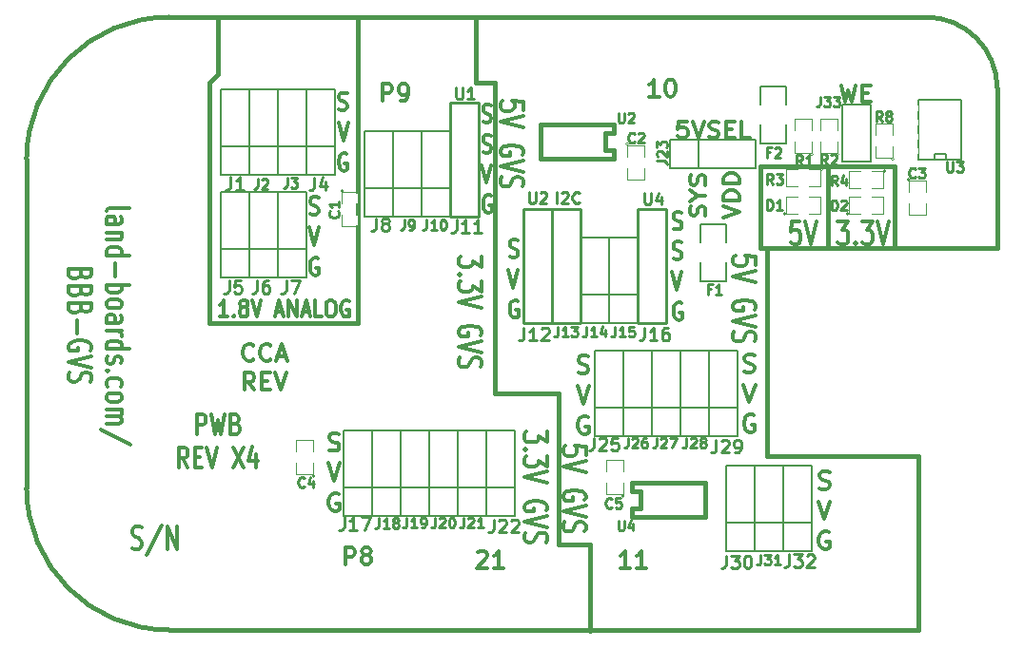
<source format=gto>
%TF.GenerationSoftware,KiCad,Pcbnew,(5.1.10)-1*%
%TF.CreationDate,2022-04-08T15:59:23-04:00*%
%TF.ProjectId,BBB-GVS-X4,4242422d-4756-4532-9d58-342e6b696361,0.3*%
%TF.SameCoordinates,PX5962530PY32436e8*%
%TF.FileFunction,Legend,Top*%
%TF.FilePolarity,Positive*%
%FSLAX46Y46*%
G04 Gerber Fmt 4.6, Leading zero omitted, Abs format (unit mm)*
G04 Created by KiCad (PCBNEW (5.1.10)-1) date 2022-04-08 15:59:23*
%MOMM*%
%LPD*%
G01*
G04 APERTURE LIST*
%ADD10C,0.304800*%
%ADD11C,0.381000*%
%ADD12C,0.250000*%
%ADD13C,0.127000*%
%ADD14C,0.099060*%
%ADD15C,0.254000*%
%ADD16C,0.152400*%
%ADD17C,0.222250*%
%ADD18R,0.250000X1.550000*%
%ADD19R,2.032000X1.524000*%
%ADD20R,1.397000X0.889000*%
%ADD21R,0.889000X1.397000*%
%ADD22R,1.524000X1.524000*%
%ADD23C,1.524000*%
%ADD24C,3.000000*%
%ADD25C,4.572000*%
%ADD26R,1.651000X1.651000*%
%ADD27C,1.300480*%
%ADD28R,1.651000X0.599440*%
G04 APERTURE END LIST*
D10*
X56283714Y-7084428D02*
X55412857Y-7084428D01*
X55848285Y-7084428D02*
X55848285Y-5560428D01*
X55703142Y-5778142D01*
X55558000Y-5923285D01*
X55412857Y-5995857D01*
X57227142Y-5560428D02*
X57372285Y-5560428D01*
X57517428Y-5633000D01*
X57590000Y-5705571D01*
X57662571Y-5850714D01*
X57735142Y-6141000D01*
X57735142Y-6503857D01*
X57662571Y-6794142D01*
X57590000Y-6939285D01*
X57517428Y-7011857D01*
X57372285Y-7084428D01*
X57227142Y-7084428D01*
X57082000Y-7011857D01*
X57009428Y-6939285D01*
X56936857Y-6794142D01*
X56864285Y-6503857D01*
X56864285Y-6141000D01*
X56936857Y-5850714D01*
X57009428Y-5705571D01*
X57082000Y-5633000D01*
X57227142Y-5560428D01*
X28349142Y-48784428D02*
X28349142Y-47260428D01*
X28929714Y-47260428D01*
X29074857Y-47333000D01*
X29147428Y-47405571D01*
X29220000Y-47550714D01*
X29220000Y-47768428D01*
X29147428Y-47913571D01*
X29074857Y-47986142D01*
X28929714Y-48058714D01*
X28349142Y-48058714D01*
X30090857Y-47913571D02*
X29945714Y-47841000D01*
X29873142Y-47768428D01*
X29800571Y-47623285D01*
X29800571Y-47550714D01*
X29873142Y-47405571D01*
X29945714Y-47333000D01*
X30090857Y-47260428D01*
X30381142Y-47260428D01*
X30526285Y-47333000D01*
X30598857Y-47405571D01*
X30671428Y-47550714D01*
X30671428Y-47623285D01*
X30598857Y-47768428D01*
X30526285Y-47841000D01*
X30381142Y-47913571D01*
X30090857Y-47913571D01*
X29945714Y-47986142D01*
X29873142Y-48058714D01*
X29800571Y-48203857D01*
X29800571Y-48494142D01*
X29873142Y-48639285D01*
X29945714Y-48711857D01*
X30090857Y-48784428D01*
X30381142Y-48784428D01*
X30526285Y-48711857D01*
X30598857Y-48639285D01*
X30671428Y-48494142D01*
X30671428Y-48203857D01*
X30598857Y-48058714D01*
X30526285Y-47986142D01*
X30381142Y-47913571D01*
X31649142Y-7484428D02*
X31649142Y-5960428D01*
X32229714Y-5960428D01*
X32374857Y-6033000D01*
X32447428Y-6105571D01*
X32520000Y-6250714D01*
X32520000Y-6468428D01*
X32447428Y-6613571D01*
X32374857Y-6686142D01*
X32229714Y-6758714D01*
X31649142Y-6758714D01*
X33245714Y-7484428D02*
X33536000Y-7484428D01*
X33681142Y-7411857D01*
X33753714Y-7339285D01*
X33898857Y-7121571D01*
X33971428Y-6831285D01*
X33971428Y-6250714D01*
X33898857Y-6105571D01*
X33826285Y-6033000D01*
X33681142Y-5960428D01*
X33390857Y-5960428D01*
X33245714Y-6033000D01*
X33173142Y-6105571D01*
X33100571Y-6250714D01*
X33100571Y-6613571D01*
X33173142Y-6758714D01*
X33245714Y-6831285D01*
X33390857Y-6903857D01*
X33681142Y-6903857D01*
X33826285Y-6831285D01*
X33898857Y-6758714D01*
X33971428Y-6613571D01*
X53683714Y-49084428D02*
X52812857Y-49084428D01*
X53248285Y-49084428D02*
X53248285Y-47560428D01*
X53103142Y-47778142D01*
X52958000Y-47923285D01*
X52812857Y-47995857D01*
X55135142Y-49084428D02*
X54264285Y-49084428D01*
X54699714Y-49084428D02*
X54699714Y-47560428D01*
X54554571Y-47778142D01*
X54409428Y-47923285D01*
X54264285Y-47995857D01*
X40112857Y-47705571D02*
X40185428Y-47633000D01*
X40330571Y-47560428D01*
X40693428Y-47560428D01*
X40838571Y-47633000D01*
X40911142Y-47705571D01*
X40983714Y-47850714D01*
X40983714Y-47995857D01*
X40911142Y-48213571D01*
X40040285Y-49084428D01*
X40983714Y-49084428D01*
X42435142Y-49084428D02*
X41564285Y-49084428D01*
X41999714Y-49084428D02*
X41999714Y-47560428D01*
X41854571Y-47778142D01*
X41709428Y-47923285D01*
X41564285Y-47995857D01*
X58751714Y-9329976D02*
X58026000Y-9329976D01*
X57953428Y-9995214D01*
X58026000Y-9928690D01*
X58171142Y-9862166D01*
X58534000Y-9862166D01*
X58679142Y-9928690D01*
X58751714Y-9995214D01*
X58824285Y-10128261D01*
X58824285Y-10460880D01*
X58751714Y-10593928D01*
X58679142Y-10660452D01*
X58534000Y-10726976D01*
X58171142Y-10726976D01*
X58026000Y-10660452D01*
X57953428Y-10593928D01*
X59259714Y-9329976D02*
X59767714Y-10726976D01*
X60275714Y-9329976D01*
X60711142Y-10660452D02*
X60928857Y-10726976D01*
X61291714Y-10726976D01*
X61436857Y-10660452D01*
X61509428Y-10593928D01*
X61582000Y-10460880D01*
X61582000Y-10327833D01*
X61509428Y-10194785D01*
X61436857Y-10128261D01*
X61291714Y-10061738D01*
X61001428Y-9995214D01*
X60856285Y-9928690D01*
X60783714Y-9862166D01*
X60711142Y-9729119D01*
X60711142Y-9596071D01*
X60783714Y-9463023D01*
X60856285Y-9396500D01*
X61001428Y-9329976D01*
X61364285Y-9329976D01*
X61582000Y-9396500D01*
X62235142Y-9995214D02*
X62743142Y-9995214D01*
X62960857Y-10726976D02*
X62235142Y-10726976D01*
X62235142Y-9329976D01*
X62960857Y-9329976D01*
X64339714Y-10726976D02*
X63614000Y-10726976D01*
X63614000Y-9329976D01*
X62008976Y-17827000D02*
X63405976Y-17319000D01*
X62008976Y-16811000D01*
X63405976Y-16303000D02*
X62008976Y-16303000D01*
X62008976Y-15940142D01*
X62075500Y-15722428D01*
X62208547Y-15577285D01*
X62341595Y-15504714D01*
X62607690Y-15432142D01*
X62807261Y-15432142D01*
X63073357Y-15504714D01*
X63206404Y-15577285D01*
X63339452Y-15722428D01*
X63405976Y-15940142D01*
X63405976Y-16303000D01*
X63405976Y-14779000D02*
X62008976Y-14779000D01*
X62008976Y-14416142D01*
X62075500Y-14198428D01*
X62208547Y-14053285D01*
X62341595Y-13980714D01*
X62607690Y-13908142D01*
X62807261Y-13908142D01*
X63073357Y-13980714D01*
X63206404Y-14053285D01*
X63339452Y-14198428D01*
X63405976Y-14416142D01*
X63405976Y-14779000D01*
X60339452Y-17709285D02*
X60405976Y-17491571D01*
X60405976Y-17128714D01*
X60339452Y-16983571D01*
X60272928Y-16911000D01*
X60139880Y-16838428D01*
X60006833Y-16838428D01*
X59873785Y-16911000D01*
X59807261Y-16983571D01*
X59740738Y-17128714D01*
X59674214Y-17419000D01*
X59607690Y-17564142D01*
X59541166Y-17636714D01*
X59408119Y-17709285D01*
X59275071Y-17709285D01*
X59142023Y-17636714D01*
X59075500Y-17564142D01*
X59008976Y-17419000D01*
X59008976Y-17056142D01*
X59075500Y-16838428D01*
X59740738Y-15895000D02*
X60405976Y-15895000D01*
X59008976Y-16403000D02*
X59740738Y-15895000D01*
X59008976Y-15387000D01*
X60339452Y-14951571D02*
X60405976Y-14733857D01*
X60405976Y-14371000D01*
X60339452Y-14225857D01*
X60272928Y-14153285D01*
X60139880Y-14080714D01*
X60006833Y-14080714D01*
X59873785Y-14153285D01*
X59807261Y-14225857D01*
X59740738Y-14371000D01*
X59674214Y-14661285D01*
X59607690Y-14806428D01*
X59541166Y-14879000D01*
X59408119Y-14951571D01*
X59275071Y-14951571D01*
X59142023Y-14879000D01*
X59075500Y-14806428D01*
X59008976Y-14661285D01*
X59008976Y-14298428D01*
X59075500Y-14080714D01*
X72459668Y-6128536D02*
X72822525Y-7525536D01*
X73112811Y-6527679D01*
X73403097Y-7525536D01*
X73765954Y-6128536D01*
X74346525Y-6793774D02*
X74854525Y-6793774D01*
X75072240Y-7525536D02*
X74346525Y-7525536D01*
X74346525Y-6128536D01*
X75072240Y-6128536D01*
D11*
X65278000Y-20574000D02*
X65913000Y-20574000D01*
X65278000Y-13335000D02*
X65278000Y-20574000D01*
X71501000Y-13335000D02*
X65278000Y-13335000D01*
X71301000Y-13335000D02*
X71301000Y-20574000D01*
X77216000Y-13335000D02*
X71501000Y-13335000D01*
X77216000Y-20320000D02*
X77216000Y-13335000D01*
X47371000Y-33528000D02*
X41656000Y-33528000D01*
X41656000Y-5842000D02*
X41656000Y-33528000D01*
X41021000Y-5842000D02*
X41656000Y-5842000D01*
X40005000Y-5842000D02*
X40005000Y-127000D01*
X41402000Y-5842000D02*
X40005000Y-5842000D01*
D10*
X26912388Y-38573649D02*
X27139174Y-38649244D01*
X27517150Y-38649244D01*
X27668340Y-38573649D01*
X27743936Y-38498054D01*
X27819531Y-38346863D01*
X27819531Y-38195673D01*
X27743936Y-38044482D01*
X27668340Y-37968887D01*
X27517150Y-37893292D01*
X27214769Y-37817697D01*
X27063579Y-37742101D01*
X26987983Y-37666506D01*
X26912388Y-37515316D01*
X26912388Y-37364125D01*
X26987983Y-37212935D01*
X27063579Y-37137340D01*
X27214769Y-37061744D01*
X27592745Y-37061744D01*
X27819531Y-37137340D01*
X26836793Y-39747794D02*
X27365960Y-41335294D01*
X27895126Y-39747794D01*
X27781733Y-42509440D02*
X27630543Y-42433844D01*
X27403757Y-42433844D01*
X27176971Y-42509440D01*
X27025781Y-42660630D01*
X26950186Y-42811820D01*
X26874590Y-43114201D01*
X26874590Y-43340987D01*
X26950186Y-43643368D01*
X27025781Y-43794559D01*
X27176971Y-43945749D01*
X27403757Y-44021344D01*
X27554948Y-44021344D01*
X27781733Y-43945749D01*
X27857329Y-43870154D01*
X27857329Y-43340987D01*
X27554948Y-43340987D01*
X49089128Y-31685169D02*
X49315914Y-31760764D01*
X49693890Y-31760764D01*
X49845080Y-31685169D01*
X49920676Y-31609574D01*
X49996271Y-31458383D01*
X49996271Y-31307193D01*
X49920676Y-31156002D01*
X49845080Y-31080407D01*
X49693890Y-31004812D01*
X49391509Y-30929217D01*
X49240319Y-30853621D01*
X49164723Y-30778026D01*
X49089128Y-30626836D01*
X49089128Y-30475645D01*
X49164723Y-30324455D01*
X49240319Y-30248860D01*
X49391509Y-30173264D01*
X49769485Y-30173264D01*
X49996271Y-30248860D01*
X49013533Y-32859314D02*
X49542700Y-34446814D01*
X50071866Y-32859314D01*
X49958473Y-35620960D02*
X49807283Y-35545364D01*
X49580497Y-35545364D01*
X49353711Y-35620960D01*
X49202521Y-35772150D01*
X49126926Y-35923340D01*
X49051330Y-36225721D01*
X49051330Y-36452507D01*
X49126926Y-36754888D01*
X49202521Y-36906079D01*
X49353711Y-37057269D01*
X49580497Y-37132864D01*
X49731688Y-37132864D01*
X49958473Y-37057269D01*
X50034069Y-36981674D01*
X50034069Y-36452507D01*
X49731688Y-36452507D01*
X63859228Y-31563249D02*
X64086014Y-31638844D01*
X64463990Y-31638844D01*
X64615180Y-31563249D01*
X64690776Y-31487654D01*
X64766371Y-31336463D01*
X64766371Y-31185273D01*
X64690776Y-31034082D01*
X64615180Y-30958487D01*
X64463990Y-30882892D01*
X64161609Y-30807297D01*
X64010419Y-30731701D01*
X63934823Y-30656106D01*
X63859228Y-30504916D01*
X63859228Y-30353725D01*
X63934823Y-30202535D01*
X64010419Y-30126940D01*
X64161609Y-30051344D01*
X64539585Y-30051344D01*
X64766371Y-30126940D01*
X63783633Y-32737394D02*
X64312800Y-34324894D01*
X64841966Y-32737394D01*
X64728573Y-35499040D02*
X64577383Y-35423444D01*
X64350597Y-35423444D01*
X64123811Y-35499040D01*
X63972621Y-35650230D01*
X63897026Y-35801420D01*
X63821430Y-36103801D01*
X63821430Y-36330587D01*
X63897026Y-36632968D01*
X63972621Y-36784159D01*
X64123811Y-36935349D01*
X64350597Y-37010944D01*
X64501788Y-37010944D01*
X64728573Y-36935349D01*
X64804169Y-36859754D01*
X64804169Y-36330587D01*
X64501788Y-36330587D01*
D12*
X38227095Y-6310380D02*
X38227095Y-7119904D01*
X38274714Y-7215142D01*
X38322333Y-7262761D01*
X38417571Y-7310380D01*
X38608047Y-7310380D01*
X38703285Y-7262761D01*
X38750904Y-7215142D01*
X38798523Y-7119904D01*
X38798523Y-6310380D01*
X39798523Y-7310380D02*
X39227095Y-7310380D01*
X39512809Y-7310380D02*
X39512809Y-6310380D01*
X39417571Y-6453238D01*
X39322333Y-6548476D01*
X39227095Y-6596095D01*
D11*
X29464000Y-27305000D02*
X16383000Y-27305000D01*
X29464000Y-5842000D02*
X29464000Y-27305000D01*
X29464000Y0D02*
X29591000Y0D01*
X29464000Y-5842000D02*
X29464000Y0D01*
X17018000Y0D02*
X17145000Y0D01*
X17018000Y-5080000D02*
X17018000Y0D01*
X16256000Y-5842000D02*
X17018000Y-5080000D01*
X47371000Y-46990000D02*
X47371000Y-33528000D01*
X50165000Y-46990000D02*
X47371000Y-46990000D01*
X50165000Y-54737000D02*
X50165000Y-46990000D01*
D10*
X72172285Y-18191238D02*
X73115714Y-18191238D01*
X72607714Y-18965333D01*
X72825428Y-18965333D01*
X72970571Y-19062095D01*
X73043142Y-19158857D01*
X73115714Y-19352380D01*
X73115714Y-19836190D01*
X73043142Y-20029714D01*
X72970571Y-20126476D01*
X72825428Y-20223238D01*
X72390000Y-20223238D01*
X72244857Y-20126476D01*
X72172285Y-20029714D01*
X73768857Y-20029714D02*
X73841428Y-20126476D01*
X73768857Y-20223238D01*
X73696285Y-20126476D01*
X73768857Y-20029714D01*
X73768857Y-20223238D01*
X74349428Y-18191238D02*
X75292857Y-18191238D01*
X74784857Y-18965333D01*
X75002571Y-18965333D01*
X75147714Y-19062095D01*
X75220285Y-19158857D01*
X75292857Y-19352380D01*
X75292857Y-19836190D01*
X75220285Y-20029714D01*
X75147714Y-20126476D01*
X75002571Y-20223238D01*
X74567142Y-20223238D01*
X74422000Y-20126476D01*
X74349428Y-20029714D01*
X75728285Y-18191238D02*
X76236285Y-20223238D01*
X76744285Y-18191238D01*
X68797714Y-18191238D02*
X68072000Y-18191238D01*
X67999428Y-19158857D01*
X68072000Y-19062095D01*
X68217142Y-18965333D01*
X68580000Y-18965333D01*
X68725142Y-19062095D01*
X68797714Y-19158857D01*
X68870285Y-19352380D01*
X68870285Y-19836190D01*
X68797714Y-20029714D01*
X68725142Y-20126476D01*
X68580000Y-20223238D01*
X68217142Y-20223238D01*
X68072000Y-20126476D01*
X67999428Y-20029714D01*
X69305714Y-18191238D02*
X69813714Y-20223238D01*
X70321714Y-18191238D01*
X15155333Y-37164433D02*
X15155333Y-35386433D01*
X15687523Y-35386433D01*
X15820571Y-35471100D01*
X15887095Y-35555766D01*
X15953619Y-35725100D01*
X15953619Y-35979100D01*
X15887095Y-36148433D01*
X15820571Y-36233100D01*
X15687523Y-36317766D01*
X15155333Y-36317766D01*
X16419285Y-35386433D02*
X16751904Y-37164433D01*
X17018000Y-35894433D01*
X17284095Y-37164433D01*
X17616714Y-35386433D01*
X18614571Y-36233100D02*
X18814142Y-36317766D01*
X18880666Y-36402433D01*
X18947190Y-36571766D01*
X18947190Y-36825766D01*
X18880666Y-36995100D01*
X18814142Y-37079766D01*
X18681095Y-37164433D01*
X18148904Y-37164433D01*
X18148904Y-35386433D01*
X18614571Y-35386433D01*
X18747619Y-35471100D01*
X18814142Y-35555766D01*
X18880666Y-35725100D01*
X18880666Y-35894433D01*
X18814142Y-36063766D01*
X18747619Y-36148433D01*
X18614571Y-36233100D01*
X18148904Y-36233100D01*
X14357047Y-40136233D02*
X13891380Y-39289566D01*
X13558761Y-40136233D02*
X13558761Y-38358233D01*
X14090952Y-38358233D01*
X14224000Y-38442900D01*
X14290523Y-38527566D01*
X14357047Y-38696900D01*
X14357047Y-38950900D01*
X14290523Y-39120233D01*
X14224000Y-39204900D01*
X14090952Y-39289566D01*
X13558761Y-39289566D01*
X14955761Y-39204900D02*
X15421428Y-39204900D01*
X15621000Y-40136233D02*
X14955761Y-40136233D01*
X14955761Y-38358233D01*
X15621000Y-38358233D01*
X16020142Y-38358233D02*
X16485809Y-40136233D01*
X16951476Y-38358233D01*
X18348476Y-38358233D02*
X19279809Y-40136233D01*
X19279809Y-38358233D02*
X18348476Y-40136233D01*
X20410714Y-38950900D02*
X20410714Y-40136233D01*
X20078095Y-38273566D02*
X19745476Y-39543566D01*
X20610285Y-39543566D01*
X64886761Y-22083285D02*
X64886761Y-21357571D01*
X63919142Y-21285000D01*
X64015904Y-21357571D01*
X64112666Y-21502714D01*
X64112666Y-21865571D01*
X64015904Y-22010714D01*
X63919142Y-22083285D01*
X63725619Y-22155857D01*
X63241809Y-22155857D01*
X63048285Y-22083285D01*
X62951523Y-22010714D01*
X62854761Y-21865571D01*
X62854761Y-21502714D01*
X62951523Y-21357571D01*
X63048285Y-21285000D01*
X64886761Y-22591285D02*
X62854761Y-23099285D01*
X64886761Y-23607285D01*
X64790000Y-26074714D02*
X64886761Y-25929571D01*
X64886761Y-25711857D01*
X64790000Y-25494142D01*
X64596476Y-25349000D01*
X64402952Y-25276428D01*
X64015904Y-25203857D01*
X63725619Y-25203857D01*
X63338571Y-25276428D01*
X63145047Y-25349000D01*
X62951523Y-25494142D01*
X62854761Y-25711857D01*
X62854761Y-25857000D01*
X62951523Y-26074714D01*
X63048285Y-26147285D01*
X63725619Y-26147285D01*
X63725619Y-25857000D01*
X64886761Y-26582714D02*
X62854761Y-27090714D01*
X64886761Y-27598714D01*
X62951523Y-28034142D02*
X62854761Y-28251857D01*
X62854761Y-28614714D01*
X62951523Y-28759857D01*
X63048285Y-28832428D01*
X63241809Y-28905000D01*
X63435333Y-28905000D01*
X63628857Y-28832428D01*
X63725619Y-28759857D01*
X63822380Y-28614714D01*
X63919142Y-28324428D01*
X64015904Y-28179285D01*
X64112666Y-28106714D01*
X64306190Y-28034142D01*
X64499714Y-28034142D01*
X64693238Y-28106714D01*
X64790000Y-28179285D01*
X64886761Y-28324428D01*
X64886761Y-28687285D01*
X64790000Y-28905000D01*
X40617744Y-9313484D02*
X40799173Y-9389079D01*
X41101554Y-9389079D01*
X41222506Y-9313484D01*
X41282982Y-9237889D01*
X41343459Y-9086698D01*
X41343459Y-8935508D01*
X41282982Y-8784317D01*
X41222506Y-8708722D01*
X41101554Y-8633127D01*
X40859649Y-8557532D01*
X40738697Y-8481936D01*
X40678220Y-8406341D01*
X40617744Y-8255151D01*
X40617744Y-8103960D01*
X40678220Y-7952770D01*
X40738697Y-7877175D01*
X40859649Y-7801579D01*
X41162030Y-7801579D01*
X41343459Y-7877175D01*
X40617744Y-11999534D02*
X40799173Y-12075129D01*
X41101554Y-12075129D01*
X41222506Y-11999534D01*
X41282982Y-11923939D01*
X41343459Y-11772748D01*
X41343459Y-11621558D01*
X41282982Y-11470367D01*
X41222506Y-11394772D01*
X41101554Y-11319177D01*
X40859649Y-11243582D01*
X40738697Y-11167986D01*
X40678220Y-11092391D01*
X40617744Y-10941201D01*
X40617744Y-10790010D01*
X40678220Y-10638820D01*
X40738697Y-10563225D01*
X40859649Y-10487629D01*
X41162030Y-10487629D01*
X41343459Y-10563225D01*
X40496792Y-13173679D02*
X40920125Y-14761179D01*
X41343459Y-13173679D01*
X41343459Y-15935325D02*
X41222506Y-15859729D01*
X41041078Y-15859729D01*
X40859649Y-15935325D01*
X40738697Y-16086515D01*
X40678220Y-16237705D01*
X40617744Y-16540086D01*
X40617744Y-16766872D01*
X40678220Y-17069253D01*
X40738697Y-17220444D01*
X40859649Y-17371634D01*
X41041078Y-17447229D01*
X41162030Y-17447229D01*
X41343459Y-17371634D01*
X41403935Y-17296039D01*
X41403935Y-16766872D01*
X41162030Y-16766872D01*
X46324761Y-36938857D02*
X46324761Y-37882285D01*
X45550666Y-37374285D01*
X45550666Y-37592000D01*
X45453904Y-37737142D01*
X45357142Y-37809714D01*
X45163619Y-37882285D01*
X44679809Y-37882285D01*
X44486285Y-37809714D01*
X44389523Y-37737142D01*
X44292761Y-37592000D01*
X44292761Y-37156571D01*
X44389523Y-37011428D01*
X44486285Y-36938857D01*
X44486285Y-38535428D02*
X44389523Y-38608000D01*
X44292761Y-38535428D01*
X44389523Y-38462857D01*
X44486285Y-38535428D01*
X44292761Y-38535428D01*
X46324761Y-39116000D02*
X46324761Y-40059428D01*
X45550666Y-39551428D01*
X45550666Y-39769142D01*
X45453904Y-39914285D01*
X45357142Y-39986857D01*
X45163619Y-40059428D01*
X44679809Y-40059428D01*
X44486285Y-39986857D01*
X44389523Y-39914285D01*
X44292761Y-39769142D01*
X44292761Y-39333714D01*
X44389523Y-39188571D01*
X44486285Y-39116000D01*
X46324761Y-40494857D02*
X44292761Y-41002857D01*
X46324761Y-41510857D01*
X46228000Y-43978285D02*
X46324761Y-43833142D01*
X46324761Y-43615428D01*
X46228000Y-43397714D01*
X46034476Y-43252571D01*
X45840952Y-43180000D01*
X45453904Y-43107428D01*
X45163619Y-43107428D01*
X44776571Y-43180000D01*
X44583047Y-43252571D01*
X44389523Y-43397714D01*
X44292761Y-43615428D01*
X44292761Y-43760571D01*
X44389523Y-43978285D01*
X44486285Y-44050857D01*
X45163619Y-44050857D01*
X45163619Y-43760571D01*
X46324761Y-44486285D02*
X44292761Y-44994285D01*
X46324761Y-45502285D01*
X44389523Y-45937714D02*
X44292761Y-46155428D01*
X44292761Y-46518285D01*
X44389523Y-46663428D01*
X44486285Y-46736000D01*
X44679809Y-46808571D01*
X44873333Y-46808571D01*
X45066857Y-46736000D01*
X45163619Y-46663428D01*
X45260380Y-46518285D01*
X45357142Y-46228000D01*
X45453904Y-46082857D01*
X45550666Y-46010285D01*
X45744190Y-45937714D01*
X45937714Y-45937714D01*
X46131238Y-46010285D01*
X46228000Y-46082857D01*
X46324761Y-46228000D01*
X46324761Y-46590857D01*
X46228000Y-46808571D01*
X44186761Y-8283285D02*
X44186761Y-7557571D01*
X43219142Y-7485000D01*
X43315904Y-7557571D01*
X43412666Y-7702714D01*
X43412666Y-8065571D01*
X43315904Y-8210714D01*
X43219142Y-8283285D01*
X43025619Y-8355857D01*
X42541809Y-8355857D01*
X42348285Y-8283285D01*
X42251523Y-8210714D01*
X42154761Y-8065571D01*
X42154761Y-7702714D01*
X42251523Y-7557571D01*
X42348285Y-7485000D01*
X44186761Y-8791285D02*
X42154761Y-9299285D01*
X44186761Y-9807285D01*
X44090000Y-12274714D02*
X44186761Y-12129571D01*
X44186761Y-11911857D01*
X44090000Y-11694142D01*
X43896476Y-11549000D01*
X43702952Y-11476428D01*
X43315904Y-11403857D01*
X43025619Y-11403857D01*
X42638571Y-11476428D01*
X42445047Y-11549000D01*
X42251523Y-11694142D01*
X42154761Y-11911857D01*
X42154761Y-12057000D01*
X42251523Y-12274714D01*
X42348285Y-12347285D01*
X43025619Y-12347285D01*
X43025619Y-12057000D01*
X44186761Y-12782714D02*
X42154761Y-13290714D01*
X44186761Y-13798714D01*
X42251523Y-14234142D02*
X42154761Y-14451857D01*
X42154761Y-14814714D01*
X42251523Y-14959857D01*
X42348285Y-15032428D01*
X42541809Y-15105000D01*
X42735333Y-15105000D01*
X42928857Y-15032428D01*
X43025619Y-14959857D01*
X43122380Y-14814714D01*
X43219142Y-14524428D01*
X43315904Y-14379285D01*
X43412666Y-14306714D01*
X43606190Y-14234142D01*
X43799714Y-14234142D01*
X43993238Y-14306714D01*
X44090000Y-14379285D01*
X44186761Y-14524428D01*
X44186761Y-14887285D01*
X44090000Y-15105000D01*
X40486761Y-21323857D02*
X40486761Y-22267285D01*
X39712666Y-21759285D01*
X39712666Y-21977000D01*
X39615904Y-22122142D01*
X39519142Y-22194714D01*
X39325619Y-22267285D01*
X38841809Y-22267285D01*
X38648285Y-22194714D01*
X38551523Y-22122142D01*
X38454761Y-21977000D01*
X38454761Y-21541571D01*
X38551523Y-21396428D01*
X38648285Y-21323857D01*
X38648285Y-22920428D02*
X38551523Y-22993000D01*
X38454761Y-22920428D01*
X38551523Y-22847857D01*
X38648285Y-22920428D01*
X38454761Y-22920428D01*
X40486761Y-23501000D02*
X40486761Y-24444428D01*
X39712666Y-23936428D01*
X39712666Y-24154142D01*
X39615904Y-24299285D01*
X39519142Y-24371857D01*
X39325619Y-24444428D01*
X38841809Y-24444428D01*
X38648285Y-24371857D01*
X38551523Y-24299285D01*
X38454761Y-24154142D01*
X38454761Y-23718714D01*
X38551523Y-23573571D01*
X38648285Y-23501000D01*
X40486761Y-24879857D02*
X38454761Y-25387857D01*
X40486761Y-25895857D01*
X40390000Y-28363285D02*
X40486761Y-28218142D01*
X40486761Y-28000428D01*
X40390000Y-27782714D01*
X40196476Y-27637571D01*
X40002952Y-27565000D01*
X39615904Y-27492428D01*
X39325619Y-27492428D01*
X38938571Y-27565000D01*
X38745047Y-27637571D01*
X38551523Y-27782714D01*
X38454761Y-28000428D01*
X38454761Y-28145571D01*
X38551523Y-28363285D01*
X38648285Y-28435857D01*
X39325619Y-28435857D01*
X39325619Y-28145571D01*
X40486761Y-28871285D02*
X38454761Y-29379285D01*
X40486761Y-29887285D01*
X38551523Y-30322714D02*
X38454761Y-30540428D01*
X38454761Y-30903285D01*
X38551523Y-31048428D01*
X38648285Y-31121000D01*
X38841809Y-31193571D01*
X39035333Y-31193571D01*
X39228857Y-31121000D01*
X39325619Y-31048428D01*
X39422380Y-30903285D01*
X39519142Y-30613000D01*
X39615904Y-30467857D01*
X39712666Y-30395285D01*
X39906190Y-30322714D01*
X40099714Y-30322714D01*
X40293238Y-30395285D01*
X40390000Y-30467857D01*
X40486761Y-30613000D01*
X40486761Y-30975857D01*
X40390000Y-31193571D01*
X49753761Y-39025285D02*
X49753761Y-38299571D01*
X48786142Y-38227000D01*
X48882904Y-38299571D01*
X48979666Y-38444714D01*
X48979666Y-38807571D01*
X48882904Y-38952714D01*
X48786142Y-39025285D01*
X48592619Y-39097857D01*
X48108809Y-39097857D01*
X47915285Y-39025285D01*
X47818523Y-38952714D01*
X47721761Y-38807571D01*
X47721761Y-38444714D01*
X47818523Y-38299571D01*
X47915285Y-38227000D01*
X49753761Y-39533285D02*
X47721761Y-40041285D01*
X49753761Y-40549285D01*
X49657000Y-43016714D02*
X49753761Y-42871571D01*
X49753761Y-42653857D01*
X49657000Y-42436142D01*
X49463476Y-42291000D01*
X49269952Y-42218428D01*
X48882904Y-42145857D01*
X48592619Y-42145857D01*
X48205571Y-42218428D01*
X48012047Y-42291000D01*
X47818523Y-42436142D01*
X47721761Y-42653857D01*
X47721761Y-42799000D01*
X47818523Y-43016714D01*
X47915285Y-43089285D01*
X48592619Y-43089285D01*
X48592619Y-42799000D01*
X49753761Y-43524714D02*
X47721761Y-44032714D01*
X49753761Y-44540714D01*
X47818523Y-44976142D02*
X47721761Y-45193857D01*
X47721761Y-45556714D01*
X47818523Y-45701857D01*
X47915285Y-45774428D01*
X48108809Y-45847000D01*
X48302333Y-45847000D01*
X48495857Y-45774428D01*
X48592619Y-45701857D01*
X48689380Y-45556714D01*
X48786142Y-45266428D01*
X48882904Y-45121285D01*
X48979666Y-45048714D01*
X49173190Y-44976142D01*
X49366714Y-44976142D01*
X49560238Y-45048714D01*
X49657000Y-45121285D01*
X49753761Y-45266428D01*
X49753761Y-45629285D01*
X49657000Y-45847000D01*
X9398000Y-47304476D02*
X9615714Y-47401238D01*
X9978571Y-47401238D01*
X10123714Y-47304476D01*
X10196285Y-47207714D01*
X10268857Y-47014190D01*
X10268857Y-46820666D01*
X10196285Y-46627142D01*
X10123714Y-46530380D01*
X9978571Y-46433619D01*
X9688285Y-46336857D01*
X9543142Y-46240095D01*
X9470571Y-46143333D01*
X9398000Y-45949809D01*
X9398000Y-45756285D01*
X9470571Y-45562761D01*
X9543142Y-45466000D01*
X9688285Y-45369238D01*
X10051142Y-45369238D01*
X10268857Y-45466000D01*
X12010571Y-45272476D02*
X10704285Y-47885047D01*
X12518571Y-47401238D02*
X12518571Y-45369238D01*
X13389428Y-47401238D01*
X13389428Y-45369238D01*
D12*
X44704095Y-15581380D02*
X44704095Y-16390904D01*
X44751714Y-16486142D01*
X44799333Y-16533761D01*
X44894571Y-16581380D01*
X45085047Y-16581380D01*
X45180285Y-16533761D01*
X45227904Y-16486142D01*
X45275523Y-16390904D01*
X45275523Y-15581380D01*
X45704095Y-15676619D02*
X45751714Y-15629000D01*
X45846952Y-15581380D01*
X46085047Y-15581380D01*
X46180285Y-15629000D01*
X46227904Y-15676619D01*
X46275523Y-15771857D01*
X46275523Y-15867095D01*
X46227904Y-16009952D01*
X45656476Y-16581380D01*
X46275523Y-16581380D01*
D10*
X43002804Y-21349909D02*
X43184233Y-21425504D01*
X43486614Y-21425504D01*
X43607566Y-21349909D01*
X43668042Y-21274314D01*
X43728519Y-21123123D01*
X43728519Y-20971933D01*
X43668042Y-20820742D01*
X43607566Y-20745147D01*
X43486614Y-20669552D01*
X43244709Y-20593957D01*
X43123757Y-20518361D01*
X43063280Y-20442766D01*
X43002804Y-20291576D01*
X43002804Y-20140385D01*
X43063280Y-19989195D01*
X43123757Y-19913600D01*
X43244709Y-19838004D01*
X43547090Y-19838004D01*
X43728519Y-19913600D01*
X42881852Y-22524054D02*
X43305185Y-24111554D01*
X43728519Y-22524054D01*
X43728519Y-25285700D02*
X43607566Y-25210104D01*
X43426138Y-25210104D01*
X43244709Y-25285700D01*
X43123757Y-25436890D01*
X43063280Y-25588080D01*
X43002804Y-25890461D01*
X43002804Y-26117247D01*
X43063280Y-26419628D01*
X43123757Y-26570819D01*
X43244709Y-26722009D01*
X43426138Y-26797604D01*
X43547090Y-26797604D01*
X43728519Y-26722009D01*
X43788995Y-26646414D01*
X43788995Y-26117247D01*
X43547090Y-26117247D01*
X20202071Y-30490885D02*
X20129500Y-30563457D01*
X19911785Y-30636028D01*
X19766642Y-30636028D01*
X19548928Y-30563457D01*
X19403785Y-30418314D01*
X19331214Y-30273171D01*
X19258642Y-29982885D01*
X19258642Y-29765171D01*
X19331214Y-29474885D01*
X19403785Y-29329742D01*
X19548928Y-29184600D01*
X19766642Y-29112028D01*
X19911785Y-29112028D01*
X20129500Y-29184600D01*
X20202071Y-29257171D01*
X21726071Y-30490885D02*
X21653500Y-30563457D01*
X21435785Y-30636028D01*
X21290642Y-30636028D01*
X21072928Y-30563457D01*
X20927785Y-30418314D01*
X20855214Y-30273171D01*
X20782642Y-29982885D01*
X20782642Y-29765171D01*
X20855214Y-29474885D01*
X20927785Y-29329742D01*
X21072928Y-29184600D01*
X21290642Y-29112028D01*
X21435785Y-29112028D01*
X21653500Y-29184600D01*
X21726071Y-29257171D01*
X22306642Y-30200600D02*
X23032357Y-30200600D01*
X22161500Y-30636028D02*
X22669500Y-29112028D01*
X23177500Y-30636028D01*
X20274642Y-33226828D02*
X19766642Y-32501114D01*
X19403785Y-33226828D02*
X19403785Y-31702828D01*
X19984357Y-31702828D01*
X20129500Y-31775400D01*
X20202071Y-31847971D01*
X20274642Y-31993114D01*
X20274642Y-32210828D01*
X20202071Y-32355971D01*
X20129500Y-32428542D01*
X19984357Y-32501114D01*
X19403785Y-32501114D01*
X20927785Y-32428542D02*
X21435785Y-32428542D01*
X21653500Y-33226828D02*
X20927785Y-33226828D01*
X20927785Y-31702828D01*
X21653500Y-31702828D01*
X22088928Y-31702828D02*
X22596928Y-33226828D01*
X23104928Y-31702828D01*
X70521648Y-41974709D02*
X70748434Y-42050304D01*
X71126410Y-42050304D01*
X71277600Y-41974709D01*
X71353196Y-41899114D01*
X71428791Y-41747923D01*
X71428791Y-41596733D01*
X71353196Y-41445542D01*
X71277600Y-41369947D01*
X71126410Y-41294352D01*
X70824029Y-41218757D01*
X70672839Y-41143161D01*
X70597243Y-41067566D01*
X70521648Y-40916376D01*
X70521648Y-40765185D01*
X70597243Y-40613995D01*
X70672839Y-40538400D01*
X70824029Y-40462804D01*
X71202005Y-40462804D01*
X71428791Y-40538400D01*
X70446053Y-43148854D02*
X70975220Y-44736354D01*
X71504386Y-43148854D01*
X71390993Y-45910500D02*
X71239803Y-45834904D01*
X71013017Y-45834904D01*
X70786231Y-45910500D01*
X70635041Y-46061690D01*
X70559446Y-46212880D01*
X70483850Y-46515261D01*
X70483850Y-46742047D01*
X70559446Y-47044428D01*
X70635041Y-47195619D01*
X70786231Y-47346809D01*
X71013017Y-47422404D01*
X71164208Y-47422404D01*
X71390993Y-47346809D01*
X71466589Y-47271214D01*
X71466589Y-46742047D01*
X71164208Y-46742047D01*
X7107161Y-17235714D02*
X7203923Y-17090571D01*
X7397447Y-17018000D01*
X9139161Y-17018000D01*
X7107161Y-18469428D02*
X8171542Y-18469428D01*
X8365066Y-18396857D01*
X8461828Y-18251714D01*
X8461828Y-17961428D01*
X8365066Y-17816285D01*
X7203923Y-18469428D02*
X7107161Y-18324285D01*
X7107161Y-17961428D01*
X7203923Y-17816285D01*
X7397447Y-17743714D01*
X7590971Y-17743714D01*
X7784495Y-17816285D01*
X7881257Y-17961428D01*
X7881257Y-18324285D01*
X7978019Y-18469428D01*
X8461828Y-19195142D02*
X7107161Y-19195142D01*
X8268304Y-19195142D02*
X8365066Y-19267714D01*
X8461828Y-19412857D01*
X8461828Y-19630571D01*
X8365066Y-19775714D01*
X8171542Y-19848285D01*
X7107161Y-19848285D01*
X7107161Y-21227142D02*
X9139161Y-21227142D01*
X7203923Y-21227142D02*
X7107161Y-21082000D01*
X7107161Y-20791714D01*
X7203923Y-20646571D01*
X7300685Y-20574000D01*
X7494209Y-20501428D01*
X8074780Y-20501428D01*
X8268304Y-20574000D01*
X8365066Y-20646571D01*
X8461828Y-20791714D01*
X8461828Y-21082000D01*
X8365066Y-21227142D01*
X7881257Y-21952857D02*
X7881257Y-23114000D01*
X7107161Y-23839714D02*
X9139161Y-23839714D01*
X8365066Y-23839714D02*
X8461828Y-23984857D01*
X8461828Y-24275142D01*
X8365066Y-24420285D01*
X8268304Y-24492857D01*
X8074780Y-24565428D01*
X7494209Y-24565428D01*
X7300685Y-24492857D01*
X7203923Y-24420285D01*
X7107161Y-24275142D01*
X7107161Y-23984857D01*
X7203923Y-23839714D01*
X7107161Y-25436285D02*
X7203923Y-25291142D01*
X7300685Y-25218571D01*
X7494209Y-25146000D01*
X8074780Y-25146000D01*
X8268304Y-25218571D01*
X8365066Y-25291142D01*
X8461828Y-25436285D01*
X8461828Y-25654000D01*
X8365066Y-25799142D01*
X8268304Y-25871714D01*
X8074780Y-25944285D01*
X7494209Y-25944285D01*
X7300685Y-25871714D01*
X7203923Y-25799142D01*
X7107161Y-25654000D01*
X7107161Y-25436285D01*
X7107161Y-27250571D02*
X8171542Y-27250571D01*
X8365066Y-27178000D01*
X8461828Y-27032857D01*
X8461828Y-26742571D01*
X8365066Y-26597428D01*
X7203923Y-27250571D02*
X7107161Y-27105428D01*
X7107161Y-26742571D01*
X7203923Y-26597428D01*
X7397447Y-26524857D01*
X7590971Y-26524857D01*
X7784495Y-26597428D01*
X7881257Y-26742571D01*
X7881257Y-27105428D01*
X7978019Y-27250571D01*
X7107161Y-27976285D02*
X8461828Y-27976285D01*
X8074780Y-27976285D02*
X8268304Y-28048857D01*
X8365066Y-28121428D01*
X8461828Y-28266571D01*
X8461828Y-28411714D01*
X7107161Y-29572857D02*
X9139161Y-29572857D01*
X7203923Y-29572857D02*
X7107161Y-29427714D01*
X7107161Y-29137428D01*
X7203923Y-28992285D01*
X7300685Y-28919714D01*
X7494209Y-28847142D01*
X8074780Y-28847142D01*
X8268304Y-28919714D01*
X8365066Y-28992285D01*
X8461828Y-29137428D01*
X8461828Y-29427714D01*
X8365066Y-29572857D01*
X7203923Y-30225999D02*
X7107161Y-30371142D01*
X7107161Y-30661428D01*
X7203923Y-30806571D01*
X7397447Y-30879142D01*
X7494209Y-30879142D01*
X7687733Y-30806571D01*
X7784495Y-30661428D01*
X7784495Y-30443714D01*
X7881257Y-30298571D01*
X8074780Y-30225999D01*
X8171542Y-30225999D01*
X8365066Y-30298571D01*
X8461828Y-30443714D01*
X8461828Y-30661428D01*
X8365066Y-30806571D01*
X7300685Y-31532285D02*
X7203923Y-31604857D01*
X7107161Y-31532285D01*
X7203923Y-31459714D01*
X7300685Y-31532285D01*
X7107161Y-31532285D01*
X7203923Y-32911142D02*
X7107161Y-32765999D01*
X7107161Y-32475714D01*
X7203923Y-32330571D01*
X7300685Y-32257999D01*
X7494209Y-32185428D01*
X8074780Y-32185428D01*
X8268304Y-32257999D01*
X8365066Y-32330571D01*
X8461828Y-32475714D01*
X8461828Y-32765999D01*
X8365066Y-32911142D01*
X7107161Y-33781999D02*
X7203923Y-33636857D01*
X7300685Y-33564285D01*
X7494209Y-33491714D01*
X8074780Y-33491714D01*
X8268304Y-33564285D01*
X8365066Y-33636857D01*
X8461828Y-33781999D01*
X8461828Y-33999714D01*
X8365066Y-34144857D01*
X8268304Y-34217428D01*
X8074780Y-34289999D01*
X7494209Y-34289999D01*
X7300685Y-34217428D01*
X7203923Y-34144857D01*
X7107161Y-33999714D01*
X7107161Y-33781999D01*
X7107161Y-34943142D02*
X8461828Y-34943142D01*
X8268304Y-34943142D02*
X8365066Y-35015714D01*
X8461828Y-35160857D01*
X8461828Y-35378571D01*
X8365066Y-35523714D01*
X8171542Y-35596285D01*
X7107161Y-35596285D01*
X8171542Y-35596285D02*
X8365066Y-35668857D01*
X8461828Y-35814000D01*
X8461828Y-36031714D01*
X8365066Y-36176857D01*
X8171542Y-36249428D01*
X7107161Y-36249428D01*
X9235923Y-38063714D02*
X6623352Y-36757428D01*
X4818742Y-22932571D02*
X4721980Y-23150285D01*
X4625219Y-23222857D01*
X4431695Y-23295428D01*
X4141409Y-23295428D01*
X3947885Y-23222857D01*
X3851123Y-23150285D01*
X3754361Y-23005142D01*
X3754361Y-22424571D01*
X5786361Y-22424571D01*
X5786361Y-22932571D01*
X5689600Y-23077714D01*
X5592838Y-23150285D01*
X5399314Y-23222857D01*
X5205790Y-23222857D01*
X5012266Y-23150285D01*
X4915504Y-23077714D01*
X4818742Y-22932571D01*
X4818742Y-22424571D01*
X4818742Y-24456571D02*
X4721980Y-24674285D01*
X4625219Y-24746857D01*
X4431695Y-24819428D01*
X4141409Y-24819428D01*
X3947885Y-24746857D01*
X3851123Y-24674285D01*
X3754361Y-24529142D01*
X3754361Y-23948571D01*
X5786361Y-23948571D01*
X5786361Y-24456571D01*
X5689600Y-24601714D01*
X5592838Y-24674285D01*
X5399314Y-24746857D01*
X5205790Y-24746857D01*
X5012266Y-24674285D01*
X4915504Y-24601714D01*
X4818742Y-24456571D01*
X4818742Y-23948571D01*
X4818742Y-25980571D02*
X4721980Y-26198285D01*
X4625219Y-26270857D01*
X4431695Y-26343428D01*
X4141409Y-26343428D01*
X3947885Y-26270857D01*
X3851123Y-26198285D01*
X3754361Y-26053142D01*
X3754361Y-25472571D01*
X5786361Y-25472571D01*
X5786361Y-25980571D01*
X5689600Y-26125714D01*
X5592838Y-26198285D01*
X5399314Y-26270857D01*
X5205790Y-26270857D01*
X5012266Y-26198285D01*
X4915504Y-26125714D01*
X4818742Y-25980571D01*
X4818742Y-25472571D01*
X4528457Y-26996571D02*
X4528457Y-28157714D01*
X5689600Y-29681714D02*
X5786361Y-29536571D01*
X5786361Y-29318857D01*
X5689600Y-29101142D01*
X5496076Y-28956000D01*
X5302552Y-28883428D01*
X4915504Y-28810857D01*
X4625219Y-28810857D01*
X4238171Y-28883428D01*
X4044647Y-28956000D01*
X3851123Y-29101142D01*
X3754361Y-29318857D01*
X3754361Y-29464000D01*
X3851123Y-29681714D01*
X3947885Y-29754285D01*
X4625219Y-29754285D01*
X4625219Y-29464000D01*
X5786361Y-30189714D02*
X3754361Y-30697714D01*
X5786361Y-31205714D01*
X3851123Y-31641142D02*
X3754361Y-31858857D01*
X3754361Y-32221714D01*
X3851123Y-32366857D01*
X3947885Y-32439428D01*
X4141409Y-32512000D01*
X4334933Y-32512000D01*
X4528457Y-32439428D01*
X4625219Y-32366857D01*
X4721980Y-32221714D01*
X4818742Y-31931428D01*
X4915504Y-31786285D01*
X5012266Y-31713714D01*
X5205790Y-31641142D01*
X5399314Y-31641142D01*
X5592838Y-31713714D01*
X5689600Y-31786285D01*
X5786361Y-31931428D01*
X5786361Y-32294285D01*
X5689600Y-32512000D01*
D11*
X16306800Y-5816600D02*
X16306800Y-27305000D01*
D12*
X54965695Y-15682980D02*
X54965695Y-16492504D01*
X55013314Y-16587742D01*
X55060933Y-16635361D01*
X55156171Y-16682980D01*
X55346647Y-16682980D01*
X55441885Y-16635361D01*
X55489504Y-16587742D01*
X55537123Y-16492504D01*
X55537123Y-15682980D01*
X56441885Y-16016314D02*
X56441885Y-16682980D01*
X56203790Y-15635361D02*
X55965695Y-16349647D01*
X56584742Y-16349647D01*
X47182209Y-16581380D02*
X47182209Y-15581380D01*
X47610780Y-15676619D02*
X47658400Y-15629000D01*
X47753638Y-15581380D01*
X47991733Y-15581380D01*
X48086971Y-15629000D01*
X48134590Y-15676619D01*
X48182209Y-15771857D01*
X48182209Y-15867095D01*
X48134590Y-16009952D01*
X47563161Y-16581380D01*
X48182209Y-16581380D01*
X49182209Y-16486142D02*
X49134590Y-16533761D01*
X48991733Y-16581380D01*
X48896495Y-16581380D01*
X48753638Y-16533761D01*
X48658400Y-16438523D01*
X48610780Y-16343285D01*
X48563161Y-16152809D01*
X48563161Y-16009952D01*
X48610780Y-15819476D01*
X48658400Y-15724238D01*
X48753638Y-15629000D01*
X48896495Y-15581380D01*
X48991733Y-15581380D01*
X49134590Y-15629000D01*
X49182209Y-15676619D01*
D10*
X27803202Y-8248589D02*
X27984631Y-8324184D01*
X28287012Y-8324184D01*
X28407964Y-8248589D01*
X28468440Y-8172994D01*
X28528917Y-8021803D01*
X28528917Y-7870613D01*
X28468440Y-7719422D01*
X28407964Y-7643827D01*
X28287012Y-7568232D01*
X28045107Y-7492637D01*
X27924155Y-7417041D01*
X27863679Y-7341446D01*
X27803202Y-7190256D01*
X27803202Y-7039065D01*
X27863679Y-6887875D01*
X27924155Y-6812280D01*
X28045107Y-6736684D01*
X28347488Y-6736684D01*
X28528917Y-6812280D01*
X27742726Y-9422734D02*
X28166060Y-11010234D01*
X28589393Y-9422734D01*
X28498679Y-12184380D02*
X28377726Y-12108784D01*
X28196298Y-12108784D01*
X28014869Y-12184380D01*
X27893917Y-12335570D01*
X27833440Y-12486760D01*
X27772964Y-12789141D01*
X27772964Y-13015927D01*
X27833440Y-13318308D01*
X27893917Y-13469499D01*
X28014869Y-13620689D01*
X28196298Y-13696284D01*
X28317250Y-13696284D01*
X28498679Y-13620689D01*
X28559155Y-13545094D01*
X28559155Y-13015927D01*
X28317250Y-13015927D01*
X25245422Y-17550069D02*
X25426851Y-17625664D01*
X25729232Y-17625664D01*
X25850184Y-17550069D01*
X25910660Y-17474474D01*
X25971137Y-17323283D01*
X25971137Y-17172093D01*
X25910660Y-17020902D01*
X25850184Y-16945307D01*
X25729232Y-16869712D01*
X25487327Y-16794117D01*
X25366375Y-16718521D01*
X25305899Y-16642926D01*
X25245422Y-16491736D01*
X25245422Y-16340545D01*
X25305899Y-16189355D01*
X25366375Y-16113760D01*
X25487327Y-16038164D01*
X25789708Y-16038164D01*
X25971137Y-16113760D01*
X25184946Y-18724214D02*
X25608280Y-20311714D01*
X26031613Y-18724214D01*
X25940899Y-21485860D02*
X25819946Y-21410264D01*
X25638518Y-21410264D01*
X25457089Y-21485860D01*
X25336137Y-21637050D01*
X25275660Y-21788240D01*
X25215184Y-22090621D01*
X25215184Y-22317407D01*
X25275660Y-22619788D01*
X25336137Y-22770979D01*
X25457089Y-22922169D01*
X25638518Y-22997764D01*
X25759470Y-22997764D01*
X25940899Y-22922169D01*
X26001375Y-22846574D01*
X26001375Y-22317407D01*
X25759470Y-22317407D01*
X57562084Y-18848644D02*
X57743513Y-18924239D01*
X58045894Y-18924239D01*
X58166846Y-18848644D01*
X58227322Y-18773049D01*
X58287799Y-18621858D01*
X58287799Y-18470668D01*
X58227322Y-18319477D01*
X58166846Y-18243882D01*
X58045894Y-18168287D01*
X57803989Y-18092692D01*
X57683037Y-18017096D01*
X57622560Y-17941501D01*
X57562084Y-17790311D01*
X57562084Y-17639120D01*
X57622560Y-17487930D01*
X57683037Y-17412335D01*
X57803989Y-17336739D01*
X58106370Y-17336739D01*
X58287799Y-17412335D01*
X57562084Y-21534694D02*
X57743513Y-21610289D01*
X58045894Y-21610289D01*
X58166846Y-21534694D01*
X58227322Y-21459099D01*
X58287799Y-21307908D01*
X58287799Y-21156718D01*
X58227322Y-21005527D01*
X58166846Y-20929932D01*
X58045894Y-20854337D01*
X57803989Y-20778742D01*
X57683037Y-20703146D01*
X57622560Y-20627551D01*
X57562084Y-20476361D01*
X57562084Y-20325170D01*
X57622560Y-20173980D01*
X57683037Y-20098385D01*
X57803989Y-20022789D01*
X58106370Y-20022789D01*
X58287799Y-20098385D01*
X57441132Y-22708839D02*
X57864465Y-24296339D01*
X58287799Y-22708839D01*
X58287799Y-25470485D02*
X58166846Y-25394889D01*
X57985418Y-25394889D01*
X57803989Y-25470485D01*
X57683037Y-25621675D01*
X57622560Y-25772865D01*
X57562084Y-26075246D01*
X57562084Y-26302032D01*
X57622560Y-26604413D01*
X57683037Y-26755604D01*
X57803989Y-26906794D01*
X57985418Y-26982389D01*
X58106370Y-26982389D01*
X58287799Y-26906794D01*
X58348275Y-26831199D01*
X58348275Y-26302032D01*
X58106370Y-26302032D01*
X17902076Y-26713571D02*
X17187790Y-26713571D01*
X17544933Y-26713571D02*
X17544933Y-25213571D01*
X17425885Y-25427857D01*
X17306838Y-25570714D01*
X17187790Y-25642142D01*
X18437790Y-26570714D02*
X18497314Y-26642142D01*
X18437790Y-26713571D01*
X18378266Y-26642142D01*
X18437790Y-26570714D01*
X18437790Y-26713571D01*
X19211600Y-25856428D02*
X19092552Y-25785000D01*
X19033028Y-25713571D01*
X18973504Y-25570714D01*
X18973504Y-25499285D01*
X19033028Y-25356428D01*
X19092552Y-25285000D01*
X19211600Y-25213571D01*
X19449695Y-25213571D01*
X19568742Y-25285000D01*
X19628266Y-25356428D01*
X19687790Y-25499285D01*
X19687790Y-25570714D01*
X19628266Y-25713571D01*
X19568742Y-25785000D01*
X19449695Y-25856428D01*
X19211600Y-25856428D01*
X19092552Y-25927857D01*
X19033028Y-25999285D01*
X18973504Y-26142142D01*
X18973504Y-26427857D01*
X19033028Y-26570714D01*
X19092552Y-26642142D01*
X19211600Y-26713571D01*
X19449695Y-26713571D01*
X19568742Y-26642142D01*
X19628266Y-26570714D01*
X19687790Y-26427857D01*
X19687790Y-26142142D01*
X19628266Y-25999285D01*
X19568742Y-25927857D01*
X19449695Y-25856428D01*
X20044933Y-25213571D02*
X20461600Y-26713571D01*
X20878266Y-25213571D01*
X22187790Y-26285000D02*
X22783028Y-26285000D01*
X22068742Y-26713571D02*
X22485409Y-25213571D01*
X22902076Y-26713571D01*
X23318742Y-26713571D02*
X23318742Y-25213571D01*
X24033028Y-26713571D01*
X24033028Y-25213571D01*
X24568742Y-26285000D02*
X25163980Y-26285000D01*
X24449695Y-26713571D02*
X24866361Y-25213571D01*
X25283028Y-26713571D01*
X26294933Y-26713571D02*
X25699695Y-26713571D01*
X25699695Y-25213571D01*
X26949695Y-25213571D02*
X27187790Y-25213571D01*
X27306838Y-25285000D01*
X27425885Y-25427857D01*
X27485409Y-25713571D01*
X27485409Y-26213571D01*
X27425885Y-26499285D01*
X27306838Y-26642142D01*
X27187790Y-26713571D01*
X26949695Y-26713571D01*
X26830647Y-26642142D01*
X26711600Y-26499285D01*
X26652076Y-26213571D01*
X26652076Y-25713571D01*
X26711600Y-25427857D01*
X26830647Y-25285000D01*
X26949695Y-25213571D01*
X28675885Y-25285000D02*
X28556838Y-25213571D01*
X28378266Y-25213571D01*
X28199695Y-25285000D01*
X28080647Y-25427857D01*
X28021123Y-25570714D01*
X27961600Y-25856428D01*
X27961600Y-26070714D01*
X28021123Y-26356428D01*
X28080647Y-26499285D01*
X28199695Y-26642142D01*
X28378266Y-26713571D01*
X28497314Y-26713571D01*
X28675885Y-26642142D01*
X28735409Y-26570714D01*
X28735409Y-26070714D01*
X28497314Y-26070714D01*
D11*
%TO.C,U2*%
X52272000Y-10299000D02*
X51522000Y-10299000D01*
X52272000Y-9549000D02*
X52272000Y-10299000D01*
X45772000Y-9549000D02*
X52272000Y-9549000D01*
X52273200Y-12623800D02*
X45770800Y-12623800D01*
X45770800Y-12623800D02*
X45770800Y-9575800D01*
X52273200Y-12623800D02*
X52273200Y-11861800D01*
X52272000Y-11823000D02*
X51522000Y-11823000D01*
X51511200Y-11811000D02*
X51511200Y-10337800D01*
%TO.C,U4*%
X53900000Y-43803000D02*
X54650000Y-43803000D01*
X53900000Y-44553000D02*
X53900000Y-43803000D01*
X60400000Y-44553000D02*
X53900000Y-44553000D01*
X53898800Y-41478200D02*
X60401200Y-41478200D01*
X60401200Y-41478200D02*
X60401200Y-44526200D01*
X53898800Y-41478200D02*
X53898800Y-42240200D01*
X53900000Y-42279000D02*
X54650000Y-42279000D01*
X54660800Y-42291000D02*
X54660800Y-43764200D01*
D13*
%TO.C,F1*%
X59931000Y-21884000D02*
X59931000Y-23535000D01*
X62217000Y-18455000D02*
X62217000Y-20106000D01*
X59931000Y-18455000D02*
X62217000Y-18455000D01*
X59931000Y-20106000D02*
X59931000Y-18455000D01*
X62217000Y-23535000D02*
X62217000Y-21884000D01*
X59931000Y-23535000D02*
X62217000Y-23535000D01*
D14*
%TO.C,C3*%
X78486000Y-17653000D02*
X78486000Y-16637000D01*
X80010000Y-17653000D02*
X78486000Y-17653000D01*
X80010000Y-16637000D02*
X80010000Y-17653000D01*
X80010000Y-14605000D02*
X80010000Y-15621000D01*
X78486000Y-14605000D02*
X80010000Y-14605000D01*
X78486000Y-15621000D02*
X78486000Y-14605000D01*
X78613000Y-14478000D02*
G75*
G03*
X78613000Y-14478000I-127000J0D01*
G01*
%TO.C,C5*%
X53086000Y-39497000D02*
X53086000Y-40513000D01*
X51562000Y-39497000D02*
X53086000Y-39497000D01*
X51562000Y-40513000D02*
X51562000Y-39497000D01*
X51562000Y-42545000D02*
X51562000Y-41529000D01*
X53086000Y-42545000D02*
X51562000Y-42545000D01*
X53086000Y-41529000D02*
X53086000Y-42545000D01*
X53213000Y-42672000D02*
G75*
G03*
X53213000Y-42672000I-127000J0D01*
G01*
%TO.C,C2*%
X53467000Y-14478000D02*
X53467000Y-13462000D01*
X54991000Y-14478000D02*
X53467000Y-14478000D01*
X54991000Y-13462000D02*
X54991000Y-14478000D01*
X54991000Y-11430000D02*
X54991000Y-12446000D01*
X53467000Y-11430000D02*
X54991000Y-11430000D01*
X53467000Y-12446000D02*
X53467000Y-11430000D01*
X53594000Y-11303000D02*
G75*
G03*
X53594000Y-11303000I-127000J0D01*
G01*
%TO.C,C4*%
X25527000Y-37719000D02*
X25527000Y-38735000D01*
X24003000Y-37719000D02*
X25527000Y-37719000D01*
X24003000Y-38735000D02*
X24003000Y-37719000D01*
X24003000Y-40767000D02*
X24003000Y-39751000D01*
X25527000Y-40767000D02*
X24003000Y-40767000D01*
X25527000Y-39751000D02*
X25527000Y-40767000D01*
X25654000Y-40894000D02*
G75*
G03*
X25654000Y-40894000I-127000J0D01*
G01*
%TO.C,C1*%
X28067000Y-18669000D02*
X28067000Y-17653000D01*
X29591000Y-18669000D02*
X28067000Y-18669000D01*
X29591000Y-17653000D02*
X29591000Y-18669000D01*
X29591000Y-15621000D02*
X29591000Y-16637000D01*
X28067000Y-15621000D02*
X29591000Y-15621000D01*
X28067000Y-16637000D02*
X28067000Y-15621000D01*
X28194000Y-15494000D02*
G75*
G03*
X28194000Y-15494000I-127000J0D01*
G01*
%TO.C,D1*%
X70612000Y-17526000D02*
X69596000Y-17526000D01*
X70612000Y-16002000D02*
X70612000Y-17526000D01*
X69596000Y-16002000D02*
X70612000Y-16002000D01*
X67564000Y-16002000D02*
X68580000Y-16002000D01*
X67564000Y-17526000D02*
X67564000Y-16002000D01*
X68580000Y-17526000D02*
X67564000Y-17526000D01*
X67564000Y-17526000D02*
G75*
G03*
X67564000Y-17526000I-127000J0D01*
G01*
%TO.C,R3*%
X67564000Y-13589000D02*
X68580000Y-13589000D01*
X67564000Y-15113000D02*
X67564000Y-13589000D01*
X68580000Y-15113000D02*
X67564000Y-15113000D01*
X70612000Y-15113000D02*
X69596000Y-15113000D01*
X70612000Y-13589000D02*
X70612000Y-15113000D01*
X69596000Y-13589000D02*
X70612000Y-13589000D01*
X70866000Y-13589000D02*
G75*
G03*
X70866000Y-13589000I-127000J0D01*
G01*
%TO.C,R2*%
X72136000Y-9071000D02*
X72136000Y-10087000D01*
X70612000Y-9071000D02*
X72136000Y-9071000D01*
X70612000Y-10087000D02*
X70612000Y-9071000D01*
X70612000Y-12119000D02*
X70612000Y-11103000D01*
X72136000Y-12119000D02*
X70612000Y-12119000D01*
X72136000Y-11103000D02*
X72136000Y-12119000D01*
X72263000Y-12246000D02*
G75*
G03*
X72263000Y-12246000I-127000J0D01*
G01*
%TO.C,R1*%
X69836000Y-9071000D02*
X69836000Y-10087000D01*
X68312000Y-9071000D02*
X69836000Y-9071000D01*
X68312000Y-10087000D02*
X68312000Y-9071000D01*
X68312000Y-12119000D02*
X68312000Y-11103000D01*
X69836000Y-12119000D02*
X68312000Y-12119000D01*
X69836000Y-11103000D02*
X69836000Y-12119000D01*
X69963000Y-12246000D02*
G75*
G03*
X69963000Y-12246000I-127000J0D01*
G01*
D15*
%TO.C,J13*%
X49276000Y-17145000D02*
X46736000Y-17145000D01*
X46736000Y-27305000D02*
X49276000Y-27305000D01*
X46736000Y-17145000D02*
X46736000Y-27305000D01*
X49276000Y-17145000D02*
X49276000Y-27305000D01*
%TO.C,J11*%
X40259000Y-7620000D02*
X37719000Y-7620000D01*
X37719000Y-17780000D02*
X40259000Y-17780000D01*
X37719000Y-7620000D02*
X37719000Y-17780000D01*
X40259000Y-7620000D02*
X40259000Y-17780000D01*
%TO.C,J16*%
X56896000Y-17145000D02*
X54356000Y-17145000D01*
X54356000Y-27305000D02*
X56896000Y-27305000D01*
X54356000Y-17145000D02*
X54356000Y-27305000D01*
X56896000Y-17145000D02*
X56896000Y-27305000D01*
%TO.C,J12*%
X46736000Y-17145000D02*
X44196000Y-17145000D01*
X44196000Y-27305000D02*
X46736000Y-27305000D01*
X44196000Y-17145000D02*
X44196000Y-27305000D01*
X46736000Y-17145000D02*
X46736000Y-27305000D01*
D16*
%TO.C,J15*%
X51816000Y-24765000D02*
X54356000Y-24765000D01*
X54356000Y-19685000D02*
X54356000Y-27305000D01*
X51816000Y-19685000D02*
X54356000Y-19685000D01*
X51816000Y-27305000D02*
X51816000Y-19685000D01*
X54356000Y-27305000D02*
X51816000Y-27305000D01*
%TO.C,J28*%
X58166000Y-34798000D02*
X60706000Y-34798000D01*
X60706000Y-29718000D02*
X60706000Y-37338000D01*
X58166000Y-29718000D02*
X60706000Y-29718000D01*
X58166000Y-37338000D02*
X58166000Y-29718000D01*
X60706000Y-37338000D02*
X58166000Y-37338000D01*
%TO.C,J29*%
X60706000Y-34798000D02*
X63246000Y-34798000D01*
X63246000Y-29718000D02*
X63246000Y-37338000D01*
X60706000Y-29718000D02*
X63246000Y-29718000D01*
X60706000Y-37338000D02*
X60706000Y-29718000D01*
X63246000Y-37338000D02*
X60706000Y-37338000D01*
%TO.C,J32*%
X67310000Y-45085000D02*
X69850000Y-45085000D01*
X69850000Y-40005000D02*
X69850000Y-47625000D01*
X67310000Y-40005000D02*
X69850000Y-40005000D01*
X67310000Y-47625000D02*
X67310000Y-40005000D01*
X69850000Y-47625000D02*
X67310000Y-47625000D01*
%TO.C,J31*%
X64770000Y-45085000D02*
X67310000Y-45085000D01*
X67310000Y-40005000D02*
X67310000Y-47625000D01*
X64770000Y-40005000D02*
X67310000Y-40005000D01*
X64770000Y-47625000D02*
X64770000Y-40005000D01*
X67310000Y-47625000D02*
X64770000Y-47625000D01*
%TO.C,J30*%
X62230000Y-45085000D02*
X64770000Y-45085000D01*
X64770000Y-40005000D02*
X64770000Y-47625000D01*
X62230000Y-40005000D02*
X64770000Y-40005000D01*
X62230000Y-47625000D02*
X62230000Y-40005000D01*
X64770000Y-47625000D02*
X62230000Y-47625000D01*
%TO.C,J17*%
X28194000Y-41910000D02*
X30734000Y-41910000D01*
X30734000Y-36830000D02*
X30734000Y-44450000D01*
X28194000Y-36830000D02*
X30734000Y-36830000D01*
X28194000Y-44450000D02*
X28194000Y-36830000D01*
X30734000Y-44450000D02*
X28194000Y-44450000D01*
%TO.C,J18*%
X30734000Y-41910000D02*
X33274000Y-41910000D01*
X33274000Y-36830000D02*
X33274000Y-44450000D01*
X30734000Y-36830000D02*
X33274000Y-36830000D01*
X30734000Y-44450000D02*
X30734000Y-36830000D01*
X33274000Y-44450000D02*
X30734000Y-44450000D01*
%TO.C,J19*%
X33274000Y-41910000D02*
X35814000Y-41910000D01*
X35814000Y-36830000D02*
X35814000Y-44450000D01*
X33274000Y-36830000D02*
X35814000Y-36830000D01*
X33274000Y-44450000D02*
X33274000Y-36830000D01*
X35814000Y-44450000D02*
X33274000Y-44450000D01*
%TO.C,J20*%
X35814000Y-41910000D02*
X38354000Y-41910000D01*
X38354000Y-36830000D02*
X38354000Y-44450000D01*
X35814000Y-36830000D02*
X38354000Y-36830000D01*
X35814000Y-44450000D02*
X35814000Y-36830000D01*
X38354000Y-44450000D02*
X35814000Y-44450000D01*
%TO.C,J21*%
X38354000Y-41910000D02*
X40894000Y-41910000D01*
X40894000Y-36830000D02*
X40894000Y-44450000D01*
X38354000Y-36830000D02*
X40894000Y-36830000D01*
X38354000Y-44450000D02*
X38354000Y-36830000D01*
X40894000Y-44450000D02*
X38354000Y-44450000D01*
%TO.C,J22*%
X40894000Y-41910000D02*
X43434000Y-41910000D01*
X43434000Y-36830000D02*
X43434000Y-44450000D01*
X40894000Y-36830000D02*
X43434000Y-36830000D01*
X40894000Y-44450000D02*
X40894000Y-36830000D01*
X43434000Y-44450000D02*
X40894000Y-44450000D01*
%TO.C,J1*%
X17272000Y-11557000D02*
X19812000Y-11557000D01*
X19812000Y-6477000D02*
X19812000Y-14097000D01*
X17272000Y-6477000D02*
X19812000Y-6477000D01*
X17272000Y-14097000D02*
X17272000Y-6477000D01*
X19812000Y-14097000D02*
X17272000Y-14097000D01*
%TO.C,J3*%
X22352000Y-11557000D02*
X24892000Y-11557000D01*
X24892000Y-6477000D02*
X24892000Y-14097000D01*
X22352000Y-6477000D02*
X24892000Y-6477000D01*
X22352000Y-14097000D02*
X22352000Y-6477000D01*
X24892000Y-14097000D02*
X22352000Y-14097000D01*
%TO.C,J5*%
X17297400Y-20701000D02*
X19837400Y-20701000D01*
X19837400Y-15621000D02*
X19837400Y-23241000D01*
X17297400Y-15621000D02*
X19837400Y-15621000D01*
X17297400Y-23241000D02*
X17297400Y-15621000D01*
X19837400Y-23241000D02*
X17297400Y-23241000D01*
%TO.C,J6*%
X19812000Y-20701000D02*
X22352000Y-20701000D01*
X22352000Y-15621000D02*
X22352000Y-23241000D01*
X19812000Y-15621000D02*
X22352000Y-15621000D01*
X19812000Y-23241000D02*
X19812000Y-15621000D01*
X22352000Y-23241000D02*
X19812000Y-23241000D01*
%TO.C,J4*%
X24892000Y-11557000D02*
X27432000Y-11557000D01*
X27432000Y-6477000D02*
X27432000Y-14097000D01*
X24892000Y-6477000D02*
X27432000Y-6477000D01*
X24892000Y-14097000D02*
X24892000Y-6477000D01*
X27432000Y-14097000D02*
X24892000Y-14097000D01*
%TO.C,J7*%
X22352000Y-20701000D02*
X24892000Y-20701000D01*
X24892000Y-15621000D02*
X24892000Y-23241000D01*
X22352000Y-15621000D02*
X24892000Y-15621000D01*
X22352000Y-23241000D02*
X22352000Y-15621000D01*
X24892000Y-23241000D02*
X22352000Y-23241000D01*
%TO.C,J9*%
X32639000Y-15240000D02*
X35179000Y-15240000D01*
X35179000Y-10160000D02*
X35179000Y-17780000D01*
X32639000Y-10160000D02*
X35179000Y-10160000D01*
X32639000Y-17780000D02*
X32639000Y-10160000D01*
X35179000Y-17780000D02*
X32639000Y-17780000D01*
%TO.C,J10*%
X35179000Y-15240000D02*
X37719000Y-15240000D01*
X37719000Y-10160000D02*
X37719000Y-17780000D01*
X35179000Y-10160000D02*
X37719000Y-10160000D01*
X35179000Y-17780000D02*
X35179000Y-10160000D01*
X37719000Y-17780000D02*
X35179000Y-17780000D01*
%TO.C,J14*%
X49276000Y-24765000D02*
X51816000Y-24765000D01*
X51816000Y-19685000D02*
X51816000Y-27305000D01*
X49276000Y-19685000D02*
X51816000Y-19685000D01*
X49276000Y-27305000D02*
X49276000Y-19685000D01*
X51816000Y-27305000D02*
X49276000Y-27305000D01*
%TO.C,J25*%
X50546000Y-34798000D02*
X53086000Y-34798000D01*
X53086000Y-29718000D02*
X53086000Y-37338000D01*
X50546000Y-29718000D02*
X53086000Y-29718000D01*
X50546000Y-37338000D02*
X50546000Y-29718000D01*
X53086000Y-37338000D02*
X50546000Y-37338000D01*
%TO.C,J26*%
X53086000Y-34798000D02*
X55626000Y-34798000D01*
X55626000Y-29718000D02*
X55626000Y-37338000D01*
X53086000Y-29718000D02*
X55626000Y-29718000D01*
X53086000Y-37338000D02*
X53086000Y-29718000D01*
X55626000Y-37338000D02*
X53086000Y-37338000D01*
%TO.C,J27*%
X55626000Y-34798000D02*
X58166000Y-34798000D01*
X58166000Y-29718000D02*
X58166000Y-37338000D01*
X55626000Y-29718000D02*
X58166000Y-29718000D01*
X55626000Y-37338000D02*
X55626000Y-29718000D01*
X58166000Y-37338000D02*
X55626000Y-37338000D01*
%TO.C,J2*%
X19812000Y-11557000D02*
X22352000Y-11557000D01*
X22352000Y-6477000D02*
X22352000Y-14097000D01*
X19812000Y-6477000D02*
X22352000Y-6477000D01*
X19812000Y-14097000D02*
X19812000Y-6477000D01*
X22352000Y-14097000D02*
X19812000Y-14097000D01*
%TO.C,J8*%
X30099000Y-15240000D02*
X32639000Y-15240000D01*
X32639000Y-10160000D02*
X32639000Y-17780000D01*
X30099000Y-10160000D02*
X32639000Y-10160000D01*
X30099000Y-17780000D02*
X30099000Y-10160000D01*
X32639000Y-17780000D02*
X30099000Y-17780000D01*
%TO.C,J23*%
X59817000Y-10922000D02*
X59817000Y-13462000D01*
X64897000Y-13462000D02*
X57277000Y-13462000D01*
X64897000Y-10922000D02*
X64897000Y-13462000D01*
X57277000Y-10922000D02*
X64897000Y-10922000D01*
X57277000Y-13462000D02*
X57277000Y-10922000D01*
D13*
%TO.C,F2*%
X65331000Y-9584000D02*
X65331000Y-11235000D01*
X67617000Y-6155000D02*
X67617000Y-7806000D01*
X65331000Y-6155000D02*
X67617000Y-6155000D01*
X65331000Y-7806000D02*
X65331000Y-6155000D01*
X67617000Y-11235000D02*
X67617000Y-9584000D01*
X65331000Y-11235000D02*
X67617000Y-11235000D01*
D11*
%TO.C,BRD1*%
X0Y-12700000D02*
X0Y-41910000D01*
X12700000Y0D02*
X80010000Y0D01*
X86360000Y-6350000D02*
X86360000Y-7620000D01*
X65913000Y-20574000D02*
X65913000Y-39116000D01*
X86360000Y-20574000D02*
X65913000Y-20574000D01*
X86360000Y-20574000D02*
X86360000Y-7620000D01*
X79375000Y-54610000D02*
X79375000Y-39116000D01*
X79375000Y-39116000D02*
X65913000Y-39116000D01*
X12700000Y-54610000D02*
X79375000Y-54610000D01*
X12700000Y0D02*
G75*
G03*
X0Y-12700000I0J-12700000D01*
G01*
X0Y-41910000D02*
G75*
G03*
X12700000Y-54610000I12700000J0D01*
G01*
X86360000Y-6350000D02*
G75*
G03*
X80010000Y0I-6350000J0D01*
G01*
D14*
%TO.C,D2*%
X76200000Y-17526000D02*
X75184000Y-17526000D01*
X76200000Y-16002000D02*
X76200000Y-17526000D01*
X75184000Y-16002000D02*
X76200000Y-16002000D01*
X73152000Y-16002000D02*
X74168000Y-16002000D01*
X73152000Y-17526000D02*
X73152000Y-16002000D01*
X74168000Y-17526000D02*
X73152000Y-17526000D01*
X73152000Y-17526000D02*
G75*
G03*
X73152000Y-17526000I-127000J0D01*
G01*
%TO.C,R4*%
X73152000Y-13716000D02*
X74168000Y-13716000D01*
X73152000Y-15240000D02*
X73152000Y-13716000D01*
X74168000Y-15240000D02*
X73152000Y-15240000D01*
X76200000Y-15240000D02*
X75184000Y-15240000D01*
X76200000Y-13716000D02*
X76200000Y-15240000D01*
X75184000Y-13716000D02*
X76200000Y-13716000D01*
X76454000Y-13716000D02*
G75*
G03*
X76454000Y-13716000I-127000J0D01*
G01*
D13*
%TO.C,U3*%
X79375000Y-7366000D02*
X83185000Y-7366000D01*
X81788000Y-12192000D02*
X81788000Y-12700000D01*
X80772000Y-12192000D02*
X81788000Y-12192000D01*
X80772000Y-12700000D02*
X80772000Y-12192000D01*
X79375000Y-12700000D02*
X83058000Y-12700000D01*
X79375000Y-7366000D02*
X79375000Y-12700000D01*
X83185000Y-12700000D02*
X83185000Y-7366000D01*
X83058000Y-12700000D02*
X83185000Y-12700000D01*
D14*
%TO.C,R8*%
X77036000Y-9471000D02*
X77036000Y-10487000D01*
X75512000Y-9471000D02*
X77036000Y-9471000D01*
X75512000Y-10487000D02*
X75512000Y-9471000D01*
X75512000Y-12519000D02*
X75512000Y-11503000D01*
X77036000Y-12519000D02*
X75512000Y-12519000D01*
X77036000Y-11503000D02*
X77036000Y-12519000D01*
X77163000Y-12646000D02*
G75*
G03*
X77163000Y-12646000I-127000J0D01*
G01*
D16*
%TO.C,J33*%
X72557640Y-12837160D02*
X72557640Y-7757160D01*
X75097640Y-12837160D02*
X72557640Y-12837160D01*
X75097640Y-7757160D02*
X75097640Y-12837160D01*
X72557640Y-7757160D02*
X75097640Y-7757160D01*
%TO.C,U2*%
D17*
X52662666Y-8530166D02*
X52662666Y-9249833D01*
X52705000Y-9334500D01*
X52747333Y-9376833D01*
X52832000Y-9419166D01*
X53001333Y-9419166D01*
X53086000Y-9376833D01*
X53128333Y-9334500D01*
X53170666Y-9249833D01*
X53170666Y-8530166D01*
X53551666Y-8614833D02*
X53594000Y-8572500D01*
X53678666Y-8530166D01*
X53890333Y-8530166D01*
X53975000Y-8572500D01*
X54017333Y-8614833D01*
X54059666Y-8699500D01*
X54059666Y-8784166D01*
X54017333Y-8911166D01*
X53509333Y-9419166D01*
X54059666Y-9419166D01*
%TO.C,U4*%
X52662666Y-44852166D02*
X52662666Y-45571833D01*
X52705000Y-45656500D01*
X52747333Y-45698833D01*
X52832000Y-45741166D01*
X53001333Y-45741166D01*
X53086000Y-45698833D01*
X53128333Y-45656500D01*
X53170666Y-45571833D01*
X53170666Y-44852166D01*
X53975000Y-45148500D02*
X53975000Y-45741166D01*
X53763333Y-44809833D02*
X53551666Y-45444833D01*
X54102000Y-45444833D01*
%TO.C,F1*%
X60904666Y-24233500D02*
X60608333Y-24233500D01*
X60608333Y-24699166D02*
X60608333Y-23810166D01*
X61031666Y-23810166D01*
X61836000Y-24699166D02*
X61328000Y-24699166D01*
X61582000Y-24699166D02*
X61582000Y-23810166D01*
X61497333Y-23937166D01*
X61412666Y-24021833D01*
X61328000Y-24064166D01*
%TO.C,C3*%
X79064273Y-14262100D02*
X79021940Y-14304433D01*
X78894940Y-14346766D01*
X78810273Y-14346766D01*
X78683273Y-14304433D01*
X78598606Y-14219766D01*
X78556273Y-14135100D01*
X78513940Y-13965766D01*
X78513940Y-13838766D01*
X78556273Y-13669433D01*
X78598606Y-13584766D01*
X78683273Y-13500100D01*
X78810273Y-13457766D01*
X78894940Y-13457766D01*
X79021940Y-13500100D01*
X79064273Y-13542433D01*
X79360606Y-13457766D02*
X79910940Y-13457766D01*
X79614606Y-13796433D01*
X79741606Y-13796433D01*
X79826273Y-13838766D01*
X79868606Y-13881100D01*
X79910940Y-13965766D01*
X79910940Y-14177433D01*
X79868606Y-14262100D01*
X79826273Y-14304433D01*
X79741606Y-14346766D01*
X79487606Y-14346766D01*
X79402940Y-14304433D01*
X79360606Y-14262100D01*
%TO.C,C5*%
X52048833Y-43688000D02*
X52006500Y-43730333D01*
X51879500Y-43772666D01*
X51794833Y-43772666D01*
X51667833Y-43730333D01*
X51583166Y-43645666D01*
X51540833Y-43561000D01*
X51498500Y-43391666D01*
X51498500Y-43264666D01*
X51540833Y-43095333D01*
X51583166Y-43010666D01*
X51667833Y-42926000D01*
X51794833Y-42883666D01*
X51879500Y-42883666D01*
X52006500Y-42926000D01*
X52048833Y-42968333D01*
X52853166Y-42883666D02*
X52429833Y-42883666D01*
X52387500Y-43307000D01*
X52429833Y-43264666D01*
X52514500Y-43222333D01*
X52726166Y-43222333D01*
X52810833Y-43264666D01*
X52853166Y-43307000D01*
X52895500Y-43391666D01*
X52895500Y-43603333D01*
X52853166Y-43688000D01*
X52810833Y-43730333D01*
X52726166Y-43772666D01*
X52514500Y-43772666D01*
X52429833Y-43730333D01*
X52387500Y-43688000D01*
%TO.C,C2*%
X54080833Y-11112500D02*
X54038500Y-11154833D01*
X53911500Y-11197166D01*
X53826833Y-11197166D01*
X53699833Y-11154833D01*
X53615166Y-11070166D01*
X53572833Y-10985500D01*
X53530500Y-10816166D01*
X53530500Y-10689166D01*
X53572833Y-10519833D01*
X53615166Y-10435166D01*
X53699833Y-10350500D01*
X53826833Y-10308166D01*
X53911500Y-10308166D01*
X54038500Y-10350500D01*
X54080833Y-10392833D01*
X54419500Y-10392833D02*
X54461833Y-10350500D01*
X54546500Y-10308166D01*
X54758166Y-10308166D01*
X54842833Y-10350500D01*
X54885166Y-10392833D01*
X54927500Y-10477500D01*
X54927500Y-10562166D01*
X54885166Y-10689166D01*
X54377166Y-11197166D01*
X54927500Y-11197166D01*
%TO.C,C4*%
X24693033Y-41795700D02*
X24650700Y-41838033D01*
X24523700Y-41880366D01*
X24439033Y-41880366D01*
X24312033Y-41838033D01*
X24227366Y-41753366D01*
X24185033Y-41668700D01*
X24142700Y-41499366D01*
X24142700Y-41372366D01*
X24185033Y-41203033D01*
X24227366Y-41118366D01*
X24312033Y-41033700D01*
X24439033Y-40991366D01*
X24523700Y-40991366D01*
X24650700Y-41033700D01*
X24693033Y-41076033D01*
X25455033Y-41287700D02*
X25455033Y-41880366D01*
X25243366Y-40949033D02*
X25031700Y-41584033D01*
X25582033Y-41584033D01*
%TO.C,C1*%
X27724100Y-17293166D02*
X27766433Y-17335500D01*
X27808766Y-17462500D01*
X27808766Y-17547166D01*
X27766433Y-17674166D01*
X27681766Y-17758833D01*
X27597100Y-17801166D01*
X27427766Y-17843500D01*
X27300766Y-17843500D01*
X27131433Y-17801166D01*
X27046766Y-17758833D01*
X26962100Y-17674166D01*
X26919766Y-17547166D01*
X26919766Y-17462500D01*
X26962100Y-17335500D01*
X27004433Y-17293166D01*
X27808766Y-16446500D02*
X27808766Y-16954500D01*
X27808766Y-16700500D02*
X26919766Y-16700500D01*
X27046766Y-16785166D01*
X27131433Y-16869833D01*
X27173766Y-16954500D01*
%TO.C,D1*%
X65891833Y-17166166D02*
X65891833Y-16277166D01*
X66103500Y-16277166D01*
X66230500Y-16319500D01*
X66315166Y-16404166D01*
X66357500Y-16488833D01*
X66399833Y-16658166D01*
X66399833Y-16785166D01*
X66357500Y-16954500D01*
X66315166Y-17039166D01*
X66230500Y-17123833D01*
X66103500Y-17166166D01*
X65891833Y-17166166D01*
X67246500Y-17166166D02*
X66738500Y-17166166D01*
X66992500Y-17166166D02*
X66992500Y-16277166D01*
X66907833Y-16404166D01*
X66823166Y-16488833D01*
X66738500Y-16531166D01*
%TO.C,R3*%
X66399833Y-14880166D02*
X66103500Y-14456833D01*
X65891833Y-14880166D02*
X65891833Y-13991166D01*
X66230500Y-13991166D01*
X66315166Y-14033500D01*
X66357500Y-14075833D01*
X66399833Y-14160500D01*
X66399833Y-14287500D01*
X66357500Y-14372166D01*
X66315166Y-14414500D01*
X66230500Y-14456833D01*
X65891833Y-14456833D01*
X66696166Y-13991166D02*
X67246500Y-13991166D01*
X66950166Y-14329833D01*
X67077166Y-14329833D01*
X67161833Y-14372166D01*
X67204166Y-14414500D01*
X67246500Y-14499166D01*
X67246500Y-14710833D01*
X67204166Y-14795500D01*
X67161833Y-14837833D01*
X67077166Y-14880166D01*
X66823166Y-14880166D01*
X66738500Y-14837833D01*
X66696166Y-14795500D01*
%TO.C,R2*%
X71225833Y-13097166D02*
X70929500Y-12673833D01*
X70717833Y-13097166D02*
X70717833Y-12208166D01*
X71056500Y-12208166D01*
X71141166Y-12250500D01*
X71183500Y-12292833D01*
X71225833Y-12377500D01*
X71225833Y-12504500D01*
X71183500Y-12589166D01*
X71141166Y-12631500D01*
X71056500Y-12673833D01*
X70717833Y-12673833D01*
X71564500Y-12292833D02*
X71606833Y-12250500D01*
X71691500Y-12208166D01*
X71903166Y-12208166D01*
X71987833Y-12250500D01*
X72030166Y-12292833D01*
X72072500Y-12377500D01*
X72072500Y-12462166D01*
X72030166Y-12589166D01*
X71522166Y-13097166D01*
X72072500Y-13097166D01*
%TO.C,R1*%
X69025833Y-13197166D02*
X68729500Y-12773833D01*
X68517833Y-13197166D02*
X68517833Y-12308166D01*
X68856500Y-12308166D01*
X68941166Y-12350500D01*
X68983500Y-12392833D01*
X69025833Y-12477500D01*
X69025833Y-12604500D01*
X68983500Y-12689166D01*
X68941166Y-12731500D01*
X68856500Y-12773833D01*
X68517833Y-12773833D01*
X69872500Y-13197166D02*
X69364500Y-13197166D01*
X69618500Y-13197166D02*
X69618500Y-12308166D01*
X69533833Y-12435166D01*
X69449166Y-12519833D01*
X69364500Y-12562166D01*
%TO.C,J13*%
X47286333Y-27580166D02*
X47286333Y-28215166D01*
X47244000Y-28342166D01*
X47159333Y-28426833D01*
X47032333Y-28469166D01*
X46947666Y-28469166D01*
X48175333Y-28469166D02*
X47667333Y-28469166D01*
X47921333Y-28469166D02*
X47921333Y-27580166D01*
X47836666Y-27707166D01*
X47752000Y-27791833D01*
X47667333Y-27834166D01*
X48471666Y-27580166D02*
X49022000Y-27580166D01*
X48725666Y-27918833D01*
X48852666Y-27918833D01*
X48937333Y-27961166D01*
X48979666Y-28003500D01*
X49022000Y-28088166D01*
X49022000Y-28299833D01*
X48979666Y-28384500D01*
X48937333Y-28426833D01*
X48852666Y-28469166D01*
X48598666Y-28469166D01*
X48514000Y-28426833D01*
X48471666Y-28384500D01*
%TO.C,J11*%
X38248714Y-18069071D02*
X38248714Y-18885500D01*
X38194285Y-19048785D01*
X38085428Y-19157642D01*
X37922142Y-19212071D01*
X37813285Y-19212071D01*
X39391714Y-19212071D02*
X38738571Y-19212071D01*
X39065142Y-19212071D02*
X39065142Y-18069071D01*
X38956285Y-18232357D01*
X38847428Y-18341214D01*
X38738571Y-18395642D01*
X40480285Y-19212071D02*
X39827142Y-19212071D01*
X40153714Y-19212071D02*
X40153714Y-18069071D01*
X40044857Y-18232357D01*
X39936000Y-18341214D01*
X39827142Y-18395642D01*
%TO.C,J16*%
X54948714Y-27669071D02*
X54948714Y-28485500D01*
X54894285Y-28648785D01*
X54785428Y-28757642D01*
X54622142Y-28812071D01*
X54513285Y-28812071D01*
X56091714Y-28812071D02*
X55438571Y-28812071D01*
X55765142Y-28812071D02*
X55765142Y-27669071D01*
X55656285Y-27832357D01*
X55547428Y-27941214D01*
X55438571Y-27995642D01*
X57071428Y-27669071D02*
X56853714Y-27669071D01*
X56744857Y-27723500D01*
X56690428Y-27777928D01*
X56581571Y-27941214D01*
X56527142Y-28158928D01*
X56527142Y-28594357D01*
X56581571Y-28703214D01*
X56636000Y-28757642D01*
X56744857Y-28812071D01*
X56962571Y-28812071D01*
X57071428Y-28757642D01*
X57125857Y-28703214D01*
X57180285Y-28594357D01*
X57180285Y-28322214D01*
X57125857Y-28213357D01*
X57071428Y-28158928D01*
X56962571Y-28104500D01*
X56744857Y-28104500D01*
X56636000Y-28158928D01*
X56581571Y-28213357D01*
X56527142Y-28322214D01*
%TO.C,J12*%
X44248714Y-27669071D02*
X44248714Y-28485500D01*
X44194285Y-28648785D01*
X44085428Y-28757642D01*
X43922142Y-28812071D01*
X43813285Y-28812071D01*
X45391714Y-28812071D02*
X44738571Y-28812071D01*
X45065142Y-28812071D02*
X45065142Y-27669071D01*
X44956285Y-27832357D01*
X44847428Y-27941214D01*
X44738571Y-27995642D01*
X45827142Y-27777928D02*
X45881571Y-27723500D01*
X45990428Y-27669071D01*
X46262571Y-27669071D01*
X46371428Y-27723500D01*
X46425857Y-27777928D01*
X46480285Y-27886785D01*
X46480285Y-27995642D01*
X46425857Y-28158928D01*
X45772714Y-28812071D01*
X46480285Y-28812071D01*
%TO.C,J15*%
X52366333Y-27580166D02*
X52366333Y-28215166D01*
X52324000Y-28342166D01*
X52239333Y-28426833D01*
X52112333Y-28469166D01*
X52027666Y-28469166D01*
X53255333Y-28469166D02*
X52747333Y-28469166D01*
X53001333Y-28469166D02*
X53001333Y-27580166D01*
X52916666Y-27707166D01*
X52832000Y-27791833D01*
X52747333Y-27834166D01*
X54059666Y-27580166D02*
X53636333Y-27580166D01*
X53594000Y-28003500D01*
X53636333Y-27961166D01*
X53721000Y-27918833D01*
X53932666Y-27918833D01*
X54017333Y-27961166D01*
X54059666Y-28003500D01*
X54102000Y-28088166D01*
X54102000Y-28299833D01*
X54059666Y-28384500D01*
X54017333Y-28426833D01*
X53932666Y-28469166D01*
X53721000Y-28469166D01*
X53636333Y-28426833D01*
X53594000Y-28384500D01*
%TO.C,J28*%
X58716333Y-37486166D02*
X58716333Y-38121166D01*
X58674000Y-38248166D01*
X58589333Y-38332833D01*
X58462333Y-38375166D01*
X58377666Y-38375166D01*
X59097333Y-37570833D02*
X59139666Y-37528500D01*
X59224333Y-37486166D01*
X59436000Y-37486166D01*
X59520666Y-37528500D01*
X59563000Y-37570833D01*
X59605333Y-37655500D01*
X59605333Y-37740166D01*
X59563000Y-37867166D01*
X59055000Y-38375166D01*
X59605333Y-38375166D01*
X60113333Y-37867166D02*
X60028666Y-37824833D01*
X59986333Y-37782500D01*
X59944000Y-37697833D01*
X59944000Y-37655500D01*
X59986333Y-37570833D01*
X60028666Y-37528500D01*
X60113333Y-37486166D01*
X60282666Y-37486166D01*
X60367333Y-37528500D01*
X60409666Y-37570833D01*
X60452000Y-37655500D01*
X60452000Y-37697833D01*
X60409666Y-37782500D01*
X60367333Y-37824833D01*
X60282666Y-37867166D01*
X60113333Y-37867166D01*
X60028666Y-37909500D01*
X59986333Y-37951833D01*
X59944000Y-38036500D01*
X59944000Y-38205833D01*
X59986333Y-38290500D01*
X60028666Y-38332833D01*
X60113333Y-38375166D01*
X60282666Y-38375166D01*
X60367333Y-38332833D01*
X60409666Y-38290500D01*
X60452000Y-38205833D01*
X60452000Y-38036500D01*
X60409666Y-37951833D01*
X60367333Y-37909500D01*
X60282666Y-37867166D01*
%TO.C,J29*%
X61348714Y-37669071D02*
X61348714Y-38485500D01*
X61294285Y-38648785D01*
X61185428Y-38757642D01*
X61022142Y-38812071D01*
X60913285Y-38812071D01*
X61838571Y-37777928D02*
X61893000Y-37723500D01*
X62001857Y-37669071D01*
X62274000Y-37669071D01*
X62382857Y-37723500D01*
X62437285Y-37777928D01*
X62491714Y-37886785D01*
X62491714Y-37995642D01*
X62437285Y-38158928D01*
X61784142Y-38812071D01*
X62491714Y-38812071D01*
X63036000Y-38812071D02*
X63253714Y-38812071D01*
X63362571Y-38757642D01*
X63417000Y-38703214D01*
X63525857Y-38539928D01*
X63580285Y-38322214D01*
X63580285Y-37886785D01*
X63525857Y-37777928D01*
X63471428Y-37723500D01*
X63362571Y-37669071D01*
X63144857Y-37669071D01*
X63036000Y-37723500D01*
X62981571Y-37777928D01*
X62927142Y-37886785D01*
X62927142Y-38158928D01*
X62981571Y-38267785D01*
X63036000Y-38322214D01*
X63144857Y-38376642D01*
X63362571Y-38376642D01*
X63471428Y-38322214D01*
X63525857Y-38267785D01*
X63580285Y-38158928D01*
%TO.C,J32*%
X67848714Y-47869071D02*
X67848714Y-48685500D01*
X67794285Y-48848785D01*
X67685428Y-48957642D01*
X67522142Y-49012071D01*
X67413285Y-49012071D01*
X68284142Y-47869071D02*
X68991714Y-47869071D01*
X68610714Y-48304500D01*
X68774000Y-48304500D01*
X68882857Y-48358928D01*
X68937285Y-48413357D01*
X68991714Y-48522214D01*
X68991714Y-48794357D01*
X68937285Y-48903214D01*
X68882857Y-48957642D01*
X68774000Y-49012071D01*
X68447428Y-49012071D01*
X68338571Y-48957642D01*
X68284142Y-48903214D01*
X69427142Y-47977928D02*
X69481571Y-47923500D01*
X69590428Y-47869071D01*
X69862571Y-47869071D01*
X69971428Y-47923500D01*
X70025857Y-47977928D01*
X70080285Y-48086785D01*
X70080285Y-48195642D01*
X70025857Y-48358928D01*
X69372714Y-49012071D01*
X70080285Y-49012071D01*
%TO.C,J31*%
X65320333Y-47900166D02*
X65320333Y-48535166D01*
X65278000Y-48662166D01*
X65193333Y-48746833D01*
X65066333Y-48789166D01*
X64981666Y-48789166D01*
X65659000Y-47900166D02*
X66209333Y-47900166D01*
X65913000Y-48238833D01*
X66040000Y-48238833D01*
X66124666Y-48281166D01*
X66167000Y-48323500D01*
X66209333Y-48408166D01*
X66209333Y-48619833D01*
X66167000Y-48704500D01*
X66124666Y-48746833D01*
X66040000Y-48789166D01*
X65786000Y-48789166D01*
X65701333Y-48746833D01*
X65659000Y-48704500D01*
X67056000Y-48789166D02*
X66548000Y-48789166D01*
X66802000Y-48789166D02*
X66802000Y-47900166D01*
X66717333Y-48027166D01*
X66632666Y-48111833D01*
X66548000Y-48154166D01*
%TO.C,J30*%
X62248714Y-47969071D02*
X62248714Y-48785500D01*
X62194285Y-48948785D01*
X62085428Y-49057642D01*
X61922142Y-49112071D01*
X61813285Y-49112071D01*
X62684142Y-47969071D02*
X63391714Y-47969071D01*
X63010714Y-48404500D01*
X63174000Y-48404500D01*
X63282857Y-48458928D01*
X63337285Y-48513357D01*
X63391714Y-48622214D01*
X63391714Y-48894357D01*
X63337285Y-49003214D01*
X63282857Y-49057642D01*
X63174000Y-49112071D01*
X62847428Y-49112071D01*
X62738571Y-49057642D01*
X62684142Y-49003214D01*
X64099285Y-47969071D02*
X64208142Y-47969071D01*
X64317000Y-48023500D01*
X64371428Y-48077928D01*
X64425857Y-48186785D01*
X64480285Y-48404500D01*
X64480285Y-48676642D01*
X64425857Y-48894357D01*
X64371428Y-49003214D01*
X64317000Y-49057642D01*
X64208142Y-49112071D01*
X64099285Y-49112071D01*
X63990428Y-49057642D01*
X63936000Y-49003214D01*
X63881571Y-48894357D01*
X63827142Y-48676642D01*
X63827142Y-48404500D01*
X63881571Y-48186785D01*
X63936000Y-48077928D01*
X63990428Y-48023500D01*
X64099285Y-47969071D01*
%TO.C,J17*%
X28248714Y-44569071D02*
X28248714Y-45385500D01*
X28194285Y-45548785D01*
X28085428Y-45657642D01*
X27922142Y-45712071D01*
X27813285Y-45712071D01*
X29391714Y-45712071D02*
X28738571Y-45712071D01*
X29065142Y-45712071D02*
X29065142Y-44569071D01*
X28956285Y-44732357D01*
X28847428Y-44841214D01*
X28738571Y-44895642D01*
X29772714Y-44569071D02*
X30534714Y-44569071D01*
X30044857Y-45712071D01*
%TO.C,J18*%
X31347833Y-44661666D02*
X31347833Y-45296666D01*
X31305500Y-45423666D01*
X31220833Y-45508333D01*
X31093833Y-45550666D01*
X31009166Y-45550666D01*
X32236833Y-45550666D02*
X31728833Y-45550666D01*
X31982833Y-45550666D02*
X31982833Y-44661666D01*
X31898166Y-44788666D01*
X31813500Y-44873333D01*
X31728833Y-44915666D01*
X32744833Y-45042666D02*
X32660166Y-45000333D01*
X32617833Y-44958000D01*
X32575500Y-44873333D01*
X32575500Y-44831000D01*
X32617833Y-44746333D01*
X32660166Y-44704000D01*
X32744833Y-44661666D01*
X32914166Y-44661666D01*
X32998833Y-44704000D01*
X33041166Y-44746333D01*
X33083500Y-44831000D01*
X33083500Y-44873333D01*
X33041166Y-44958000D01*
X32998833Y-45000333D01*
X32914166Y-45042666D01*
X32744833Y-45042666D01*
X32660166Y-45085000D01*
X32617833Y-45127333D01*
X32575500Y-45212000D01*
X32575500Y-45381333D01*
X32617833Y-45466000D01*
X32660166Y-45508333D01*
X32744833Y-45550666D01*
X32914166Y-45550666D01*
X32998833Y-45508333D01*
X33041166Y-45466000D01*
X33083500Y-45381333D01*
X33083500Y-45212000D01*
X33041166Y-45127333D01*
X32998833Y-45085000D01*
X32914166Y-45042666D01*
%TO.C,J19*%
X33824333Y-44598166D02*
X33824333Y-45233166D01*
X33782000Y-45360166D01*
X33697333Y-45444833D01*
X33570333Y-45487166D01*
X33485666Y-45487166D01*
X34713333Y-45487166D02*
X34205333Y-45487166D01*
X34459333Y-45487166D02*
X34459333Y-44598166D01*
X34374666Y-44725166D01*
X34290000Y-44809833D01*
X34205333Y-44852166D01*
X35136666Y-45487166D02*
X35306000Y-45487166D01*
X35390666Y-45444833D01*
X35433000Y-45402500D01*
X35517666Y-45275500D01*
X35560000Y-45106166D01*
X35560000Y-44767500D01*
X35517666Y-44682833D01*
X35475333Y-44640500D01*
X35390666Y-44598166D01*
X35221333Y-44598166D01*
X35136666Y-44640500D01*
X35094333Y-44682833D01*
X35052000Y-44767500D01*
X35052000Y-44979166D01*
X35094333Y-45063833D01*
X35136666Y-45106166D01*
X35221333Y-45148500D01*
X35390666Y-45148500D01*
X35475333Y-45106166D01*
X35517666Y-45063833D01*
X35560000Y-44979166D01*
%TO.C,J20*%
X36364333Y-44598166D02*
X36364333Y-45233166D01*
X36322000Y-45360166D01*
X36237333Y-45444833D01*
X36110333Y-45487166D01*
X36025666Y-45487166D01*
X36745333Y-44682833D02*
X36787666Y-44640500D01*
X36872333Y-44598166D01*
X37084000Y-44598166D01*
X37168666Y-44640500D01*
X37211000Y-44682833D01*
X37253333Y-44767500D01*
X37253333Y-44852166D01*
X37211000Y-44979166D01*
X36703000Y-45487166D01*
X37253333Y-45487166D01*
X37803666Y-44598166D02*
X37888333Y-44598166D01*
X37973000Y-44640500D01*
X38015333Y-44682833D01*
X38057666Y-44767500D01*
X38100000Y-44936833D01*
X38100000Y-45148500D01*
X38057666Y-45317833D01*
X38015333Y-45402500D01*
X37973000Y-45444833D01*
X37888333Y-45487166D01*
X37803666Y-45487166D01*
X37719000Y-45444833D01*
X37676666Y-45402500D01*
X37634333Y-45317833D01*
X37592000Y-45148500D01*
X37592000Y-44936833D01*
X37634333Y-44767500D01*
X37676666Y-44682833D01*
X37719000Y-44640500D01*
X37803666Y-44598166D01*
%TO.C,J21*%
X38904333Y-44598166D02*
X38904333Y-45233166D01*
X38862000Y-45360166D01*
X38777333Y-45444833D01*
X38650333Y-45487166D01*
X38565666Y-45487166D01*
X39285333Y-44682833D02*
X39327666Y-44640500D01*
X39412333Y-44598166D01*
X39624000Y-44598166D01*
X39708666Y-44640500D01*
X39751000Y-44682833D01*
X39793333Y-44767500D01*
X39793333Y-44852166D01*
X39751000Y-44979166D01*
X39243000Y-45487166D01*
X39793333Y-45487166D01*
X40640000Y-45487166D02*
X40132000Y-45487166D01*
X40386000Y-45487166D02*
X40386000Y-44598166D01*
X40301333Y-44725166D01*
X40216666Y-44809833D01*
X40132000Y-44852166D01*
%TO.C,J22*%
X41548714Y-44769071D02*
X41548714Y-45585500D01*
X41494285Y-45748785D01*
X41385428Y-45857642D01*
X41222142Y-45912071D01*
X41113285Y-45912071D01*
X42038571Y-44877928D02*
X42093000Y-44823500D01*
X42201857Y-44769071D01*
X42474000Y-44769071D01*
X42582857Y-44823500D01*
X42637285Y-44877928D01*
X42691714Y-44986785D01*
X42691714Y-45095642D01*
X42637285Y-45258928D01*
X41984142Y-45912071D01*
X42691714Y-45912071D01*
X43127142Y-44877928D02*
X43181571Y-44823500D01*
X43290428Y-44769071D01*
X43562571Y-44769071D01*
X43671428Y-44823500D01*
X43725857Y-44877928D01*
X43780285Y-44986785D01*
X43780285Y-45095642D01*
X43725857Y-45258928D01*
X43072714Y-45912071D01*
X43780285Y-45912071D01*
%TO.C,J1*%
X18161000Y-14258471D02*
X18161000Y-15074900D01*
X18106571Y-15238185D01*
X17997714Y-15347042D01*
X17834428Y-15401471D01*
X17725571Y-15401471D01*
X19304000Y-15401471D02*
X18650857Y-15401471D01*
X18977428Y-15401471D02*
X18977428Y-14258471D01*
X18868571Y-14421757D01*
X18759714Y-14530614D01*
X18650857Y-14585042D01*
%TO.C,J3*%
X23173266Y-14346766D02*
X23173266Y-14981766D01*
X23130933Y-15108766D01*
X23046266Y-15193433D01*
X22919266Y-15235766D01*
X22834600Y-15235766D01*
X23511933Y-14346766D02*
X24062266Y-14346766D01*
X23765933Y-14685433D01*
X23892933Y-14685433D01*
X23977600Y-14727766D01*
X24019933Y-14770100D01*
X24062266Y-14854766D01*
X24062266Y-15066433D01*
X24019933Y-15151100D01*
X23977600Y-15193433D01*
X23892933Y-15235766D01*
X23638933Y-15235766D01*
X23554266Y-15193433D01*
X23511933Y-15151100D01*
%TO.C,J5*%
X18008600Y-23478671D02*
X18008600Y-24295100D01*
X17954171Y-24458385D01*
X17845314Y-24567242D01*
X17682028Y-24621671D01*
X17573171Y-24621671D01*
X19097171Y-23478671D02*
X18552885Y-23478671D01*
X18498457Y-24022957D01*
X18552885Y-23968528D01*
X18661742Y-23914100D01*
X18933885Y-23914100D01*
X19042742Y-23968528D01*
X19097171Y-24022957D01*
X19151600Y-24131814D01*
X19151600Y-24403957D01*
X19097171Y-24512814D01*
X19042742Y-24567242D01*
X18933885Y-24621671D01*
X18661742Y-24621671D01*
X18552885Y-24567242D01*
X18498457Y-24512814D01*
%TO.C,J6*%
X20493000Y-23469071D02*
X20493000Y-24285500D01*
X20438571Y-24448785D01*
X20329714Y-24557642D01*
X20166428Y-24612071D01*
X20057571Y-24612071D01*
X21527142Y-23469071D02*
X21309428Y-23469071D01*
X21200571Y-23523500D01*
X21146142Y-23577928D01*
X21037285Y-23741214D01*
X20982857Y-23958928D01*
X20982857Y-24394357D01*
X21037285Y-24503214D01*
X21091714Y-24557642D01*
X21200571Y-24612071D01*
X21418285Y-24612071D01*
X21527142Y-24557642D01*
X21581571Y-24503214D01*
X21636000Y-24394357D01*
X21636000Y-24122214D01*
X21581571Y-24013357D01*
X21527142Y-23958928D01*
X21418285Y-23904500D01*
X21200571Y-23904500D01*
X21091714Y-23958928D01*
X21037285Y-24013357D01*
X20982857Y-24122214D01*
%TO.C,J4*%
X25577800Y-14309271D02*
X25577800Y-15125700D01*
X25523371Y-15288985D01*
X25414514Y-15397842D01*
X25251228Y-15452271D01*
X25142371Y-15452271D01*
X26611942Y-14690271D02*
X26611942Y-15452271D01*
X26339800Y-14254842D02*
X26067657Y-15071271D01*
X26775228Y-15071271D01*
%TO.C,J7*%
X23093000Y-23469071D02*
X23093000Y-24285500D01*
X23038571Y-24448785D01*
X22929714Y-24557642D01*
X22766428Y-24612071D01*
X22657571Y-24612071D01*
X23528428Y-23469071D02*
X24290428Y-23469071D01*
X23800571Y-24612071D01*
%TO.C,J9*%
X33612666Y-18055166D02*
X33612666Y-18690166D01*
X33570333Y-18817166D01*
X33485666Y-18901833D01*
X33358666Y-18944166D01*
X33274000Y-18944166D01*
X34078333Y-18944166D02*
X34247666Y-18944166D01*
X34332333Y-18901833D01*
X34374666Y-18859500D01*
X34459333Y-18732500D01*
X34501666Y-18563166D01*
X34501666Y-18224500D01*
X34459333Y-18139833D01*
X34417000Y-18097500D01*
X34332333Y-18055166D01*
X34163000Y-18055166D01*
X34078333Y-18097500D01*
X34036000Y-18139833D01*
X33993666Y-18224500D01*
X33993666Y-18436166D01*
X34036000Y-18520833D01*
X34078333Y-18563166D01*
X34163000Y-18605500D01*
X34332333Y-18605500D01*
X34417000Y-18563166D01*
X34459333Y-18520833D01*
X34501666Y-18436166D01*
%TO.C,J10*%
X35602333Y-18055166D02*
X35602333Y-18690166D01*
X35560000Y-18817166D01*
X35475333Y-18901833D01*
X35348333Y-18944166D01*
X35263666Y-18944166D01*
X36491333Y-18944166D02*
X35983333Y-18944166D01*
X36237333Y-18944166D02*
X36237333Y-18055166D01*
X36152666Y-18182166D01*
X36068000Y-18266833D01*
X35983333Y-18309166D01*
X37041666Y-18055166D02*
X37126333Y-18055166D01*
X37211000Y-18097500D01*
X37253333Y-18139833D01*
X37295666Y-18224500D01*
X37338000Y-18393833D01*
X37338000Y-18605500D01*
X37295666Y-18774833D01*
X37253333Y-18859500D01*
X37211000Y-18901833D01*
X37126333Y-18944166D01*
X37041666Y-18944166D01*
X36957000Y-18901833D01*
X36914666Y-18859500D01*
X36872333Y-18774833D01*
X36830000Y-18605500D01*
X36830000Y-18393833D01*
X36872333Y-18224500D01*
X36914666Y-18139833D01*
X36957000Y-18097500D01*
X37041666Y-18055166D01*
%TO.C,J14*%
X49826333Y-27580166D02*
X49826333Y-28215166D01*
X49784000Y-28342166D01*
X49699333Y-28426833D01*
X49572333Y-28469166D01*
X49487666Y-28469166D01*
X50715333Y-28469166D02*
X50207333Y-28469166D01*
X50461333Y-28469166D02*
X50461333Y-27580166D01*
X50376666Y-27707166D01*
X50292000Y-27791833D01*
X50207333Y-27834166D01*
X51477333Y-27876500D02*
X51477333Y-28469166D01*
X51265666Y-27537833D02*
X51054000Y-28172833D01*
X51604333Y-28172833D01*
%TO.C,J25*%
X50448714Y-37469071D02*
X50448714Y-38285500D01*
X50394285Y-38448785D01*
X50285428Y-38557642D01*
X50122142Y-38612071D01*
X50013285Y-38612071D01*
X50938571Y-37577928D02*
X50993000Y-37523500D01*
X51101857Y-37469071D01*
X51374000Y-37469071D01*
X51482857Y-37523500D01*
X51537285Y-37577928D01*
X51591714Y-37686785D01*
X51591714Y-37795642D01*
X51537285Y-37958928D01*
X50884142Y-38612071D01*
X51591714Y-38612071D01*
X52625857Y-37469071D02*
X52081571Y-37469071D01*
X52027142Y-38013357D01*
X52081571Y-37958928D01*
X52190428Y-37904500D01*
X52462571Y-37904500D01*
X52571428Y-37958928D01*
X52625857Y-38013357D01*
X52680285Y-38122214D01*
X52680285Y-38394357D01*
X52625857Y-38503214D01*
X52571428Y-38557642D01*
X52462571Y-38612071D01*
X52190428Y-38612071D01*
X52081571Y-38557642D01*
X52027142Y-38503214D01*
%TO.C,J26*%
X53509333Y-37486166D02*
X53509333Y-38121166D01*
X53467000Y-38248166D01*
X53382333Y-38332833D01*
X53255333Y-38375166D01*
X53170666Y-38375166D01*
X53890333Y-37570833D02*
X53932666Y-37528500D01*
X54017333Y-37486166D01*
X54229000Y-37486166D01*
X54313666Y-37528500D01*
X54356000Y-37570833D01*
X54398333Y-37655500D01*
X54398333Y-37740166D01*
X54356000Y-37867166D01*
X53848000Y-38375166D01*
X54398333Y-38375166D01*
X55160333Y-37486166D02*
X54991000Y-37486166D01*
X54906333Y-37528500D01*
X54864000Y-37570833D01*
X54779333Y-37697833D01*
X54737000Y-37867166D01*
X54737000Y-38205833D01*
X54779333Y-38290500D01*
X54821666Y-38332833D01*
X54906333Y-38375166D01*
X55075666Y-38375166D01*
X55160333Y-38332833D01*
X55202666Y-38290500D01*
X55245000Y-38205833D01*
X55245000Y-37994166D01*
X55202666Y-37909500D01*
X55160333Y-37867166D01*
X55075666Y-37824833D01*
X54906333Y-37824833D01*
X54821666Y-37867166D01*
X54779333Y-37909500D01*
X54737000Y-37994166D01*
%TO.C,J27*%
X56049333Y-37486166D02*
X56049333Y-38121166D01*
X56007000Y-38248166D01*
X55922333Y-38332833D01*
X55795333Y-38375166D01*
X55710666Y-38375166D01*
X56430333Y-37570833D02*
X56472666Y-37528500D01*
X56557333Y-37486166D01*
X56769000Y-37486166D01*
X56853666Y-37528500D01*
X56896000Y-37570833D01*
X56938333Y-37655500D01*
X56938333Y-37740166D01*
X56896000Y-37867166D01*
X56388000Y-38375166D01*
X56938333Y-38375166D01*
X57234666Y-37486166D02*
X57827333Y-37486166D01*
X57446333Y-38375166D01*
%TO.C,J2*%
X20582466Y-14397566D02*
X20582466Y-15032566D01*
X20540133Y-15159566D01*
X20455466Y-15244233D01*
X20328466Y-15286566D01*
X20243800Y-15286566D01*
X20963466Y-14482233D02*
X21005800Y-14439900D01*
X21090466Y-14397566D01*
X21302133Y-14397566D01*
X21386800Y-14439900D01*
X21429133Y-14482233D01*
X21471466Y-14566900D01*
X21471466Y-14651566D01*
X21429133Y-14778566D01*
X20921133Y-15286566D01*
X21471466Y-15286566D01*
%TO.C,J8*%
X31115000Y-17916071D02*
X31115000Y-18732500D01*
X31060571Y-18895785D01*
X30951714Y-19004642D01*
X30788428Y-19059071D01*
X30679571Y-19059071D01*
X31822571Y-18405928D02*
X31713714Y-18351500D01*
X31659285Y-18297071D01*
X31604857Y-18188214D01*
X31604857Y-18133785D01*
X31659285Y-18024928D01*
X31713714Y-17970500D01*
X31822571Y-17916071D01*
X32040285Y-17916071D01*
X32149142Y-17970500D01*
X32203571Y-18024928D01*
X32258000Y-18133785D01*
X32258000Y-18188214D01*
X32203571Y-18297071D01*
X32149142Y-18351500D01*
X32040285Y-18405928D01*
X31822571Y-18405928D01*
X31713714Y-18460357D01*
X31659285Y-18514785D01*
X31604857Y-18623642D01*
X31604857Y-18841357D01*
X31659285Y-18950214D01*
X31713714Y-19004642D01*
X31822571Y-19059071D01*
X32040285Y-19059071D01*
X32149142Y-19004642D01*
X32203571Y-18950214D01*
X32258000Y-18841357D01*
X32258000Y-18623642D01*
X32203571Y-18514785D01*
X32149142Y-18460357D01*
X32040285Y-18405928D01*
%TO.C,J23*%
X56087166Y-12814666D02*
X56722166Y-12814666D01*
X56849166Y-12857000D01*
X56933833Y-12941666D01*
X56976166Y-13068666D01*
X56976166Y-13153333D01*
X56171833Y-12433666D02*
X56129500Y-12391333D01*
X56087166Y-12306666D01*
X56087166Y-12095000D01*
X56129500Y-12010333D01*
X56171833Y-11968000D01*
X56256500Y-11925666D01*
X56341166Y-11925666D01*
X56468166Y-11968000D01*
X56976166Y-12476000D01*
X56976166Y-11925666D01*
X56087166Y-11629333D02*
X56087166Y-11079000D01*
X56425833Y-11375333D01*
X56425833Y-11248333D01*
X56468166Y-11163666D01*
X56510500Y-11121333D01*
X56595166Y-11079000D01*
X56806833Y-11079000D01*
X56891500Y-11121333D01*
X56933833Y-11163666D01*
X56976166Y-11248333D01*
X56976166Y-11502333D01*
X56933833Y-11587000D01*
X56891500Y-11629333D01*
%TO.C,F2*%
X66177666Y-12060500D02*
X65881333Y-12060500D01*
X65881333Y-12526166D02*
X65881333Y-11637166D01*
X66304666Y-11637166D01*
X66601000Y-11721833D02*
X66643333Y-11679500D01*
X66728000Y-11637166D01*
X66939666Y-11637166D01*
X67024333Y-11679500D01*
X67066666Y-11721833D01*
X67109000Y-11806500D01*
X67109000Y-11891166D01*
X67066666Y-12018166D01*
X66558666Y-12526166D01*
X67109000Y-12526166D01*
%TO.C,D2*%
X71617833Y-17197166D02*
X71617833Y-16308166D01*
X71829500Y-16308166D01*
X71956500Y-16350500D01*
X72041166Y-16435166D01*
X72083500Y-16519833D01*
X72125833Y-16689166D01*
X72125833Y-16816166D01*
X72083500Y-16985500D01*
X72041166Y-17070166D01*
X71956500Y-17154833D01*
X71829500Y-17197166D01*
X71617833Y-17197166D01*
X72464500Y-16392833D02*
X72506833Y-16350500D01*
X72591500Y-16308166D01*
X72803166Y-16308166D01*
X72887833Y-16350500D01*
X72930166Y-16392833D01*
X72972500Y-16477500D01*
X72972500Y-16562166D01*
X72930166Y-16689166D01*
X72422166Y-17197166D01*
X72972500Y-17197166D01*
%TO.C,R4*%
X72125833Y-14997166D02*
X71829500Y-14573833D01*
X71617833Y-14997166D02*
X71617833Y-14108166D01*
X71956500Y-14108166D01*
X72041166Y-14150500D01*
X72083500Y-14192833D01*
X72125833Y-14277500D01*
X72125833Y-14404500D01*
X72083500Y-14489166D01*
X72041166Y-14531500D01*
X71956500Y-14573833D01*
X71617833Y-14573833D01*
X72887833Y-14404500D02*
X72887833Y-14997166D01*
X72676166Y-14065833D02*
X72464500Y-14700833D01*
X73014833Y-14700833D01*
%TO.C,U3*%
X81896666Y-12908166D02*
X81896666Y-13627833D01*
X81939000Y-13712500D01*
X81981333Y-13754833D01*
X82066000Y-13797166D01*
X82235333Y-13797166D01*
X82320000Y-13754833D01*
X82362333Y-13712500D01*
X82404666Y-13627833D01*
X82404666Y-12908166D01*
X82743333Y-12908166D02*
X83293666Y-12908166D01*
X82997333Y-13246833D01*
X83124333Y-13246833D01*
X83209000Y-13289166D01*
X83251333Y-13331500D01*
X83293666Y-13416166D01*
X83293666Y-13627833D01*
X83251333Y-13712500D01*
X83209000Y-13754833D01*
X83124333Y-13797166D01*
X82870333Y-13797166D01*
X82785666Y-13754833D01*
X82743333Y-13712500D01*
%TO.C,R8*%
X76125833Y-9297166D02*
X75829500Y-8873833D01*
X75617833Y-9297166D02*
X75617833Y-8408166D01*
X75956500Y-8408166D01*
X76041166Y-8450500D01*
X76083500Y-8492833D01*
X76125833Y-8577500D01*
X76125833Y-8704500D01*
X76083500Y-8789166D01*
X76041166Y-8831500D01*
X75956500Y-8873833D01*
X75617833Y-8873833D01*
X76633833Y-8789166D02*
X76549166Y-8746833D01*
X76506833Y-8704500D01*
X76464500Y-8619833D01*
X76464500Y-8577500D01*
X76506833Y-8492833D01*
X76549166Y-8450500D01*
X76633833Y-8408166D01*
X76803166Y-8408166D01*
X76887833Y-8450500D01*
X76930166Y-8492833D01*
X76972500Y-8577500D01*
X76972500Y-8619833D01*
X76930166Y-8704500D01*
X76887833Y-8746833D01*
X76803166Y-8789166D01*
X76633833Y-8789166D01*
X76549166Y-8831500D01*
X76506833Y-8873833D01*
X76464500Y-8958500D01*
X76464500Y-9127833D01*
X76506833Y-9212500D01*
X76549166Y-9254833D01*
X76633833Y-9297166D01*
X76803166Y-9297166D01*
X76887833Y-9254833D01*
X76930166Y-9212500D01*
X76972500Y-9127833D01*
X76972500Y-8958500D01*
X76930166Y-8873833D01*
X76887833Y-8831500D01*
X76803166Y-8789166D01*
%TO.C,J33*%
X70607973Y-7110326D02*
X70607973Y-7745326D01*
X70565640Y-7872326D01*
X70480973Y-7956993D01*
X70353973Y-7999326D01*
X70269306Y-7999326D01*
X70946640Y-7110326D02*
X71496973Y-7110326D01*
X71200640Y-7448993D01*
X71327640Y-7448993D01*
X71412306Y-7491326D01*
X71454640Y-7533660D01*
X71496973Y-7618326D01*
X71496973Y-7829993D01*
X71454640Y-7914660D01*
X71412306Y-7956993D01*
X71327640Y-7999326D01*
X71073640Y-7999326D01*
X70988973Y-7956993D01*
X70946640Y-7914660D01*
X71793306Y-7110326D02*
X72343640Y-7110326D01*
X72047306Y-7448993D01*
X72174306Y-7448993D01*
X72258973Y-7491326D01*
X72301306Y-7533660D01*
X72343640Y-7618326D01*
X72343640Y-7829993D01*
X72301306Y-7914660D01*
X72258973Y-7956993D01*
X72174306Y-7999326D01*
X71920306Y-7999326D01*
X71835640Y-7956993D01*
X71793306Y-7914660D01*
%TD*%
%LPC*%
D18*
%TO.C,U2*%
X46072000Y-13849000D03*
X46747000Y-13849000D03*
X47397000Y-13849000D03*
X48047000Y-13849000D03*
X48697000Y-13849000D03*
X49347000Y-13849000D03*
X49997000Y-13849000D03*
X50647000Y-13849000D03*
X51297000Y-13849000D03*
X51947000Y-13849000D03*
X51947000Y-8249000D03*
X51297000Y-8249000D03*
X50647000Y-8249000D03*
X49997000Y-8249000D03*
X49347000Y-8249000D03*
X48697000Y-8249000D03*
X48047000Y-8249000D03*
X47397000Y-8249000D03*
X46747000Y-8249000D03*
X46097000Y-8249000D03*
%TD*%
%TO.C,U4*%
X60100000Y-40253000D03*
X59425000Y-40253000D03*
X58775000Y-40253000D03*
X58125000Y-40253000D03*
X57475000Y-40253000D03*
X56825000Y-40253000D03*
X56175000Y-40253000D03*
X55525000Y-40253000D03*
X54875000Y-40253000D03*
X54225000Y-40253000D03*
X54225000Y-45853000D03*
X54875000Y-45853000D03*
X55525000Y-45853000D03*
X56175000Y-45853000D03*
X56825000Y-45853000D03*
X57475000Y-45853000D03*
X58125000Y-45853000D03*
X58775000Y-45853000D03*
X59425000Y-45853000D03*
X60075000Y-45853000D03*
%TD*%
D19*
%TO.C,F1*%
X61074000Y-22646000D03*
X61074000Y-19344000D03*
%TD*%
D20*
%TO.C,C3*%
X79248000Y-15176500D03*
X79248000Y-17081500D03*
%TD*%
%TO.C,C5*%
X52324000Y-41973500D03*
X52324000Y-40068500D03*
%TD*%
%TO.C,C2*%
X54229000Y-12001500D03*
X54229000Y-13906500D03*
%TD*%
%TO.C,C4*%
X24765000Y-40195500D03*
X24765000Y-38290500D03*
%TD*%
%TO.C,C1*%
X28829000Y-16192500D03*
X28829000Y-18097500D03*
%TD*%
D21*
%TO.C,D1*%
X68135500Y-16764000D03*
X70040500Y-16764000D03*
%TD*%
%TO.C,R3*%
X70040500Y-14351000D03*
X68135500Y-14351000D03*
%TD*%
D20*
%TO.C,R2*%
X71374000Y-11547500D03*
X71374000Y-9642500D03*
%TD*%
%TO.C,R1*%
X69074000Y-11547500D03*
X69074000Y-9642500D03*
%TD*%
D22*
%TO.C,J13*%
X48006000Y-26035000D03*
D23*
X48006000Y-23495000D03*
X48006000Y-20955000D03*
X48006000Y-18415000D03*
%TD*%
D22*
%TO.C,J11*%
X38989000Y-16510000D03*
D23*
X38989000Y-13970000D03*
X38989000Y-11430000D03*
X38989000Y-8890000D03*
%TD*%
D22*
%TO.C,J16*%
X55626000Y-26035000D03*
D23*
X55626000Y-23495000D03*
X55626000Y-20955000D03*
X55626000Y-18415000D03*
%TD*%
D22*
%TO.C,J12*%
X45466000Y-26035000D03*
D23*
X45466000Y-23495000D03*
X45466000Y-20955000D03*
X45466000Y-18415000D03*
%TD*%
D22*
%TO.C,J15*%
X53086000Y-26035000D03*
D23*
X53086000Y-23495000D03*
X53086000Y-20955000D03*
%TD*%
D22*
%TO.C,J28*%
X59436000Y-36068000D03*
D23*
X59436000Y-33528000D03*
X59436000Y-30988000D03*
%TD*%
D22*
%TO.C,J29*%
X61976000Y-36068000D03*
D23*
X61976000Y-33528000D03*
X61976000Y-30988000D03*
%TD*%
D22*
%TO.C,J32*%
X68580000Y-46355000D03*
D23*
X68580000Y-43815000D03*
X68580000Y-41275000D03*
%TD*%
D22*
%TO.C,J31*%
X66040000Y-46355000D03*
D23*
X66040000Y-43815000D03*
X66040000Y-41275000D03*
%TD*%
D22*
%TO.C,J30*%
X63500000Y-46355000D03*
D23*
X63500000Y-43815000D03*
X63500000Y-41275000D03*
%TD*%
D22*
%TO.C,J17*%
X29464000Y-43180000D03*
D23*
X29464000Y-40640000D03*
X29464000Y-38100000D03*
%TD*%
D22*
%TO.C,J18*%
X32004000Y-43180000D03*
D23*
X32004000Y-40640000D03*
X32004000Y-38100000D03*
%TD*%
D22*
%TO.C,J19*%
X34544000Y-43180000D03*
D23*
X34544000Y-40640000D03*
X34544000Y-38100000D03*
%TD*%
D22*
%TO.C,J20*%
X37084000Y-43180000D03*
D23*
X37084000Y-40640000D03*
X37084000Y-38100000D03*
%TD*%
D22*
%TO.C,J21*%
X39624000Y-43180000D03*
D23*
X39624000Y-40640000D03*
X39624000Y-38100000D03*
%TD*%
D22*
%TO.C,J22*%
X42164000Y-43180000D03*
D23*
X42164000Y-40640000D03*
X42164000Y-38100000D03*
%TD*%
D22*
%TO.C,J1*%
X18542000Y-12827000D03*
D23*
X18542000Y-10287000D03*
X18542000Y-7747000D03*
%TD*%
D22*
%TO.C,J3*%
X23622000Y-12827000D03*
D23*
X23622000Y-10287000D03*
X23622000Y-7747000D03*
%TD*%
D22*
%TO.C,J5*%
X18567400Y-21971000D03*
D23*
X18567400Y-19431000D03*
X18567400Y-16891000D03*
%TD*%
D22*
%TO.C,J6*%
X21082000Y-21971000D03*
D23*
X21082000Y-19431000D03*
X21082000Y-16891000D03*
%TD*%
D22*
%TO.C,J4*%
X26162000Y-12827000D03*
D23*
X26162000Y-10287000D03*
X26162000Y-7747000D03*
%TD*%
D22*
%TO.C,J7*%
X23622000Y-21971000D03*
D23*
X23622000Y-19431000D03*
X23622000Y-16891000D03*
%TD*%
D22*
%TO.C,J9*%
X33909000Y-16510000D03*
D23*
X33909000Y-13970000D03*
X33909000Y-11430000D03*
%TD*%
D22*
%TO.C,J10*%
X36449000Y-16510000D03*
D23*
X36449000Y-13970000D03*
X36449000Y-11430000D03*
%TD*%
D22*
%TO.C,J14*%
X50546000Y-26035000D03*
D23*
X50546000Y-23495000D03*
X50546000Y-20955000D03*
%TD*%
D22*
%TO.C,J25*%
X51816000Y-36068000D03*
D23*
X51816000Y-33528000D03*
X51816000Y-30988000D03*
%TD*%
D22*
%TO.C,J26*%
X54356000Y-36068000D03*
D23*
X54356000Y-33528000D03*
X54356000Y-30988000D03*
%TD*%
D22*
%TO.C,J27*%
X56896000Y-36068000D03*
D23*
X56896000Y-33528000D03*
X56896000Y-30988000D03*
%TD*%
D22*
%TO.C,J2*%
X21082000Y-12827000D03*
D23*
X21082000Y-10287000D03*
X21082000Y-7747000D03*
%TD*%
D24*
%TO.C,FID2*%
X75438000Y-47117000D03*
%TD*%
%TO.C,FID1*%
X10668000Y-9144000D03*
%TD*%
D22*
%TO.C,J8*%
X31369000Y-16510000D03*
D23*
X31369000Y-13970000D03*
X31369000Y-11430000D03*
%TD*%
D22*
%TO.C,J23*%
X58547000Y-12192000D03*
D23*
X61087000Y-12192000D03*
X63627000Y-12192000D03*
%TD*%
D19*
%TO.C,F2*%
X66474000Y-10346000D03*
X66474000Y-7044000D03*
%TD*%
D25*
%TO.C,BRD1*%
X5715000Y-6350000D03*
X71755000Y-3175000D03*
X71755000Y-51435000D03*
X5715000Y-48260000D03*
D26*
X66675000Y-1905000D03*
D27*
X66675000Y-4445000D03*
X64135000Y-1905000D03*
X64135000Y-4445000D03*
X61595000Y-1905000D03*
X61595000Y-4445000D03*
X59055000Y-1905000D03*
X59055000Y-4445000D03*
X56515000Y-1905000D03*
X56515000Y-4445000D03*
X53975000Y-1905000D03*
X53975000Y-4445000D03*
X51435000Y-1905000D03*
X51435000Y-4445000D03*
X48895000Y-1905000D03*
X48895000Y-4445000D03*
X46355000Y-1905000D03*
X46355000Y-4445000D03*
X43815000Y-1905000D03*
X43815000Y-4445000D03*
X41275000Y-1905000D03*
X41275000Y-4445000D03*
X38735000Y-1905000D03*
X38735000Y-4445000D03*
X36195000Y-1905000D03*
X36195000Y-4445000D03*
X33655000Y-1905000D03*
X33655000Y-4445000D03*
X31115000Y-1905000D03*
X31115000Y-4445000D03*
X28575000Y-1905000D03*
X28575000Y-4445000D03*
X26035000Y-1905000D03*
X26035000Y-4445000D03*
X23495000Y-1905000D03*
X23495000Y-4445000D03*
X20955000Y-1905000D03*
X20955000Y-4445000D03*
X18415000Y-1905000D03*
X18415000Y-4445000D03*
X15875000Y-1905000D03*
X15875000Y-4445000D03*
X13335000Y-1905000D03*
X13335000Y-4445000D03*
X10795000Y-1905000D03*
X10795000Y-4445000D03*
D26*
X66675000Y-50165000D03*
D27*
X66675000Y-52705000D03*
X64135000Y-50165000D03*
X64135000Y-52705000D03*
X61595000Y-50165000D03*
X61595000Y-52705000D03*
X59055000Y-50165000D03*
X59055000Y-52705000D03*
X56515000Y-50165000D03*
X56515000Y-52705000D03*
X53975000Y-50165000D03*
X53975000Y-52705000D03*
X51435000Y-50165000D03*
X51435000Y-52705000D03*
X48895000Y-50165000D03*
X48895000Y-52705000D03*
X46355000Y-50165000D03*
X46355000Y-52705000D03*
X43815000Y-50165000D03*
X43815000Y-52705000D03*
X41275000Y-50165000D03*
X41275000Y-52705000D03*
X38735000Y-50165000D03*
X38735000Y-52705000D03*
X36195000Y-50165000D03*
X36195000Y-52705000D03*
X33655000Y-50165000D03*
X33655000Y-52705000D03*
X31115000Y-50165000D03*
X31115000Y-52705000D03*
X28575000Y-50165000D03*
X28575000Y-52705000D03*
X26035000Y-50165000D03*
X26035000Y-52705000D03*
X23495000Y-50165000D03*
X23495000Y-52705000D03*
X20955000Y-50165000D03*
X20955000Y-52705000D03*
X18415000Y-50165000D03*
X18415000Y-52705000D03*
X15875000Y-50165000D03*
X15875000Y-52705000D03*
X13335000Y-50165000D03*
X13335000Y-52705000D03*
X10795000Y-50165000D03*
X10795000Y-52705000D03*
%TD*%
D21*
%TO.C,D2*%
X73723500Y-16764000D03*
X75628500Y-16764000D03*
%TD*%
%TO.C,R4*%
X75628500Y-14478000D03*
X73723500Y-14478000D03*
%TD*%
D28*
%TO.C,U3*%
X78486000Y-11938000D03*
X84074000Y-11938000D03*
X78486000Y-10668000D03*
X78486000Y-9398000D03*
X78486000Y-8128000D03*
X84074000Y-10668000D03*
X84074000Y-9398000D03*
X84074000Y-8128000D03*
%TD*%
D20*
%TO.C,R8*%
X76274000Y-11947500D03*
X76274000Y-10042500D03*
%TD*%
D22*
%TO.C,J33*%
X73827640Y-9027160D03*
D23*
X73827640Y-11567160D03*
%TD*%
M02*

</source>
